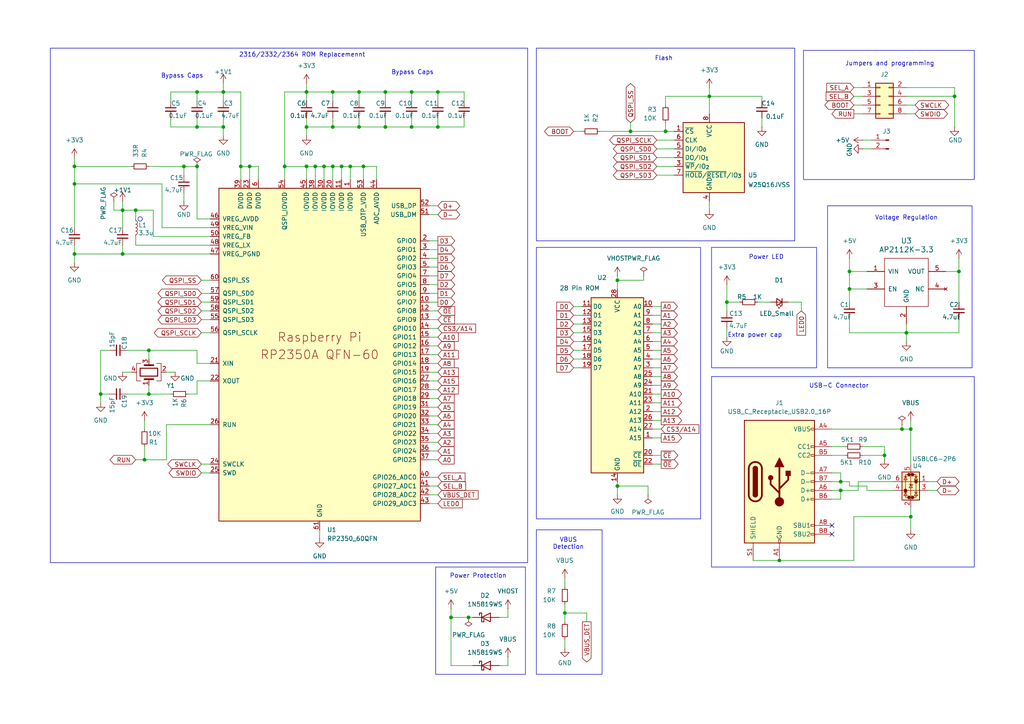
<source format=kicad_sch>
(kicad_sch (version 20250114) (generator "eeschema") (generator_version "9.0")
  (paper "A4")
  (title_block (title "One ROM") (date "2025-12-12") (rev "Fire 28 rev 2") (company "piers.rocks") (comment 1 "(c) Piers Finlayson 2025"))
  (lib_symbols
    (symbol "Connector:Conn_01x02_Pin" (pin_names (offset 1.016) (hide yes))
      (property "Reference" "J" (at 0 2.54 0))
      (property "Value" "Conn_01x02_Pin" (at 0 -5.08 0))
      (symbol "Conn_01x02_Pin_1_1"
        (pin passive line (at 5.08 0 180) (length 3.81) (name "Pin_1") (number "1"))
        (pin passive line (at 5.08 -2.54 180) (length 3.81) (name "Pin_2") (number "2"))
      )
    )
    (symbol "Connector:USB_C_Receptacle_USB2.0_16P" (pin_names (offset 1.016))
      (property "Reference" "J" (at 0 22.225 0))
      (property "Value" "USB_C_Receptacle_USB2.0_16P" (at 0 19.685 0))
      (symbol "USB_C_Receptacle_USB2.0_16P_1_1"
        (pin passive line (at -7.62 -22.86 90) (length 5.08) (name "SHIELD") (number "S1"))
        (pin passive line (at 0 -22.86 90) (length 5.08) (name "GND") (number "A1"))
        (pin passive line (at 0 -22.86 90) (length 5.08) (hide yes) (name "GND") (number "A12"))
        (pin passive line (at 0 -22.86 90) (length 5.08) (hide yes) (name "GND") (number "B1"))
        (pin passive line (at 0 -22.86 90) (length 5.08) (hide yes) (name "GND") (number "B12"))
        (pin passive line (at 15.24 15.24 180) (length 5.08) (name "VBUS") (number "A4"))
        (pin passive line (at 15.24 15.24 180) (length 5.08) (hide yes) (name "VBUS") (number "A9"))
        (pin passive line (at 15.24 15.24 180) (length 5.08) (hide yes) (name "VBUS") (number "B4"))
        (pin passive line (at 15.24 15.24 180) (length 5.08) (hide yes) (name "VBUS") (number "B9"))
        (pin bidirectional line (at 15.24 10.16 180) (length 5.08) (name "CC1") (number "A5"))
        (pin bidirectional line (at 15.24 7.62 180) (length 5.08) (name "CC2") (number "B5"))
        (pin bidirectional line (at 15.24 2.54 180) (length 5.08) (name "D-") (number "A7"))
        (pin bidirectional line (at 15.24 0 180) (length 5.08) (name "D-") (number "B7"))
        (pin bidirectional line (at 15.24 -2.54 180) (length 5.08) (name "D+") (number "A6"))
        (pin bidirectional line (at 15.24 -5.08 180) (length 5.08) (name "D+") (number "B6"))
        (pin bidirectional line (at 15.24 -12.7 180) (length 5.08) (name "SBU1") (number "A8"))
        (pin bidirectional line (at 15.24 -15.24 180) (length 5.08) (name "SBU2") (number "B8"))
      )
    )
    (symbol "Connector_Generic:Conn_02x04_Odd_Even" (pin_names (offset 1.016) (hide yes))
      (property "Reference" "J" (at 1.27 5.08 0))
      (property "Value" "Conn_02x04_Odd_Even" (at 1.27 -7.62 0))
      (symbol "Conn_02x04_Odd_Even_1_1"
        (pin passive line (at -5.08 2.54 0) (length 3.81) (name "Pin_1") (number "1"))
        (pin passive line (at -5.08 0 0) (length 3.81) (name "Pin_3") (number "3"))
        (pin passive line (at -5.08 -2.54 0) (length 3.81) (name "Pin_5") (number "5"))
        (pin passive line (at -5.08 -5.08 0) (length 3.81) (name "Pin_7") (number "7"))
        (pin passive line (at 7.62 2.54 180) (length 3.81) (name "Pin_2") (number "2"))
        (pin passive line (at 7.62 0 180) (length 3.81) (name "Pin_4") (number "4"))
        (pin passive line (at 7.62 -2.54 180) (length 3.81) (name "Pin_6") (number "6"))
        (pin passive line (at 7.62 -5.08 180) (length 3.81) (name "Pin_8") (number "8"))
      )
    )
    (symbol "Device:C_Small" (pin_numbers (hide yes)) (pin_names (offset 0.254) (hide yes))
      (property "Reference" "C" (at 0.254 1.778 0))
      (property "Value" "C_Small" (at 0.254 -2.032 0))
      (symbol "C_Small_1_1"
        (pin passive line (at 0 2.54 270) (length 2.032) (name "~") (number "1"))
        (pin passive line (at 0 -2.54 90) (length 2.032) (name "~") (number "2"))
      )
    )
    (symbol "Device:Crystal_GND24" (pin_names (offset 1.016) (hide yes))
      (property "Reference" "Y" (at 3.175 5.08 0))
      (property "Value" "Crystal_GND24" (at 3.175 3.175 0))
      (symbol "Crystal_GND24_1_1"
        (pin passive line (at -3.81 0 0) (length 1.27) (name "1") (number "1"))
        (pin passive line (at 0 5.08 270) (length 1.27) (name "2") (number "2"))
        (pin passive line (at 0 -5.08 90) (length 1.27) (name "4") (number "4"))
        (pin passive line (at 3.81 0 180) (length 1.27) (name "3") (number "3"))
      )
    )
    (symbol "Device:LED_Small" (pin_numbers (hide yes)) (pin_names (offset 0.254) (hide yes))
      (property "Reference" "D" (at -1.27 3.175 0))
      (property "Value" "LED_Small" (at -4.445 -2.54 0))
      (symbol "LED_Small_1_1"
        (pin passive line (at -2.54 0 0) (length 1.778) (name "K") (number "1"))
        (pin passive line (at 2.54 0 180) (length 1.778) (name "A") (number "2"))
      )
    )
    (symbol "Device:L_Small" (pin_numbers (hide yes)) (pin_names (offset 0.254) (hide yes))
      (property "Reference" "L" (at 0.762 1.016 0))
      (property "Value" "L_Small" (at 0.762 -1.016 0))
      (symbol "L_Small_1_1"
        (pin passive line (at 0 2.54 270) (length 0.508) (name "~") (number "1"))
        (pin passive line (at 0 -2.54 90) (length 0.508) (name "~") (number "2"))
      )
    )
    (symbol "Device:R_Small" (pin_numbers (hide yes)) (pin_names (offset 0.254) (hide yes))
      (property "Reference" "R" (at 0.762 0.508 0))
      (property "Value" "R_Small" (at 0.762 -1.016 0))
      (symbol "R_Small_1_1"
        (pin passive line (at 0 2.54 270) (length 0.762) (name "~") (number "1"))
        (pin passive line (at 0 -2.54 90) (length 0.762) (name "~") (number "2"))
      )
    )
    (symbol "Diode:1N5819WS" (pin_numbers (hide yes)) (pin_names (offset 1.016) (hide yes))
      (property "Reference" "D" (at 0 2.54 0))
      (property "Value" "1N5819WS" (at 0 -2.54 0))
      (symbol "1N5819WS_1_1"
        (pin passive line (at -3.81 0 0) (length 2.54) (name "K") (number "1"))
        (pin passive line (at 3.81 0 180) (length 2.54) (name "A") (number "2"))
      )
    )
    (symbol "Memory_EPROM:27512"
      (property "Reference" "U" (at -7.62 26.67 0))
      (property "Value" "27512" (at 2.54 -26.67 0))
      (symbol "27512_1_1"
        (pin input line (at -10.16 22.86 0) (length 2.54) (name "A0") (number "10"))
        (pin input line (at -10.16 20.32 0) (length 2.54) (name "A1") (number "9"))
        (pin input line (at -10.16 17.78 0) (length 2.54) (name "A2") (number "8"))
        (pin input line (at -10.16 15.24 0) (length 2.54) (name "A3") (number "7"))
        (pin input line (at -10.16 12.7 0) (length 2.54) (name "A4") (number "6"))
        (pin input line (at -10.16 10.16 0) (length 2.54) (name "A5") (number "5"))
        (pin input line (at -10.16 7.62 0) (length 2.54) (name "A6") (number "4"))
        (pin input line (at -10.16 5.08 0) (length 2.54) (name "A7") (number "3"))
        (pin input line (at -10.16 2.54 0) (length 2.54) (name "A8") (number "25"))
        (pin input line (at -10.16 0 0) (length 2.54) (name "A9") (number "24"))
        (pin input line (at -10.16 -2.54 0) (length 2.54) (name "A10") (number "21"))
        (pin input line (at -10.16 -5.08 0) (length 2.54) (name "A11") (number "23"))
        (pin input line (at -10.16 -7.62 0) (length 2.54) (name "A12") (number "2"))
        (pin input line (at -10.16 -10.16 0) (length 2.54) (name "A13") (number "26"))
        (pin input line (at -10.16 -12.7 0) (length 2.54) (name "A14") (number "27"))
        (pin input line (at -10.16 -15.24 0) (length 2.54) (name "A15") (number "1"))
        (pin input line (at -10.16 -20.32 0) (length 2.54) (name "~{CE}") (number "20"))
        (pin input line (at -10.16 -22.86 0) (length 2.54) (name "~{OE}") (number "22"))
        (pin power_in line (at 0 27.94 270) (length 2.54) (name "VCC") (number "28"))
        (pin power_in line (at 0 -27.94 90) (length 2.54) (name "GND") (number "14"))
        (pin tri_state line (at 10.16 22.86 180) (length 2.54) (name "D0") (number "11"))
        (pin tri_state line (at 10.16 20.32 180) (length 2.54) (name "D1") (number "12"))
        (pin tri_state line (at 10.16 17.78 180) (length 2.54) (name "D2") (number "13"))
        (pin tri_state line (at 10.16 15.24 180) (length 2.54) (name "D3") (number "15"))
        (pin tri_state line (at 10.16 12.7 180) (length 2.54) (name "D4") (number "16"))
        (pin tri_state line (at 10.16 10.16 180) (length 2.54) (name "D5") (number "17"))
        (pin tri_state line (at 10.16 7.62 180) (length 2.54) (name "D6") (number "18"))
        (pin tri_state line (at 10.16 5.08 180) (length 2.54) (name "D7") (number "19"))
      )
    )
    (symbol "Memory_Flash:W25Q16JVSS"
      (property "Reference" "U" (at -6.35 11.43 0))
      (property "Value" "W25Q16JVSS" (at 7.62 11.43 0))
      (symbol "W25Q16JVSS_1_1"
        (pin input line (at -10.16 7.62 0) (length 2.54) (name "~{CS}") (number "1"))
        (pin input line (at -10.16 5.08 0) (length 2.54) (name "CLK") (number "6"))
        (pin bidirectional line (at -10.16 2.54 0) (length 2.54) (name "DI/IO_{0}") (number "5"))
        (pin bidirectional line (at -10.16 0 0) (length 2.54) (name "DO/IO_{1}") (number "2"))
        (pin bidirectional line (at -10.16 -2.54 0) (length 2.54) (name "~{WP}/IO_{2}") (number "3"))
        (pin bidirectional line (at -10.16 -5.08 0) (length 2.54) (name "~{HOLD}/~{RESET}/IO_{3}") (number "7"))
        (pin power_in line (at 0 12.7 270) (length 2.54) (name "VCC") (number "8"))
        (pin power_in line (at 0 -12.7 90) (length 2.54) (name "GND") (number "4"))
      )
    )
    (symbol "Power_Protection:USBLC6-2P6" (pin_names (hide yes))
      (property "Reference" "U" (at 0.635 5.715 0))
      (property "Value" "USBLC6-2P6" (at 0.635 3.81 0))
      (symbol "USBLC6-2P6_1_1"
        (pin passive line (at -5.08 0 0) (length 2.54) (name "I/O1") (number "1"))
        (pin passive line (at -5.08 -2.54 0) (length 2.54) (name "I/O2") (number "3"))
        (pin passive line (at 0 5.08 270) (length 2.54) (name "VBUS") (number "5"))
        (pin passive line (at 0 -7.62 90) (length 2.54) (name "GND") (number "2"))
        (pin passive line (at 5.08 0 180) (length 2.54) (name "I/O1") (number "6"))
        (pin passive line (at 5.08 -2.54 180) (length 2.54) (name "I/O2") (number "4"))
      )
    )
    (symbol "RP:RP2350_60QFN" (pin_names (offset 1.016))
      (property "Reference" "U" (at -29.21 49.53 0))
      (property "Value" "RP2350_60QFN" (at 24.13 -49.53 0))
      (symbol "RP2350_60QFN_0_0"
        (text "Raspberry Pi" (at 0 5.08 0) (effects (font (size 2.54 2.54))))
      )
      (symbol "RP2350_60QFN_1_0"
        (text "RP2350A QFN-60" (at 0 0 0) (effects (font (size 2.54 2.54))))
      )
      (symbol "RP2350_60QFN_1_1"
        (pin power_in line (at -31.75 39.37 0) (length 2.54) (name "VREG_AVDD") (number "46"))
        (pin power_in line (at -31.75 36.83 0) (length 2.54) (name "VREG_VIN") (number "49"))
        (pin input line (at -31.75 34.29 0) (length 2.54) (name "VREG_FB") (number "50"))
        (pin power_out line (at -31.75 31.75 0) (length 2.54) (name "VREG_LX") (number "48"))
        (pin power_in line (at -31.75 29.21 0) (length 2.54) (name "VREG_PGND") (number "47"))
        (pin bidirectional line (at -31.75 21.59 0) (length 2.54) (name "QSPI_SS") (number "60"))
        (pin bidirectional line (at -31.75 17.78 0) (length 2.54) (name "QSPI_SD0") (number "57"))
        (pin bidirectional line (at -31.75 15.24 0) (length 2.54) (name "QSPI_SD1") (number "59"))
        (pin bidirectional line (at -31.75 12.7 0) (length 2.54) (name "QSPI_SD2") (number "58"))
        (pin bidirectional line (at -31.75 10.16 0) (length 2.54) (name "QSPI_SD3") (number "55"))
        (pin output line (at -31.75 6.35 0) (length 2.54) (name "QSPI_SCLK") (number "56"))
        (pin input line (at -31.75 -2.54 0) (length 2.54) (name "XIN") (number "21"))
        (pin passive line (at -31.75 -7.62 0) (length 2.54) (name "XOUT") (number "22"))
        (pin input line (at -31.75 -20.32 0) (length 2.54) (name "RUN") (number "26"))
        (pin output line (at -31.75 -31.75 0) (length 2.54) (name "SWCLK") (number "24"))
        (pin bidirectional line (at -31.75 -34.29 0) (length 2.54) (name "SWD") (number "25"))
        (pin power_in line (at -22.86 50.8 270) (length 2.54) (name "DVDD") (number "39"))
        (pin power_in line (at -20.32 50.8 270) (length 2.54) (name "DVDD") (number "23"))
        (pin power_in line (at -17.78 50.8 270) (length 2.54) (name "DVDD") (number "6"))
        (pin power_in line (at -10.16 50.8 270) (length 2.54) (name "QSPI_IOVDD") (number "54"))
        (pin power_in line (at -3.81 50.8 270) (length 2.54) (name "IOVDD") (number "45"))
        (pin power_in line (at -1.27 50.8 270) (length 2.54) (name "IOVDD") (number "38"))
        (pin power_in line (at 0 -50.8 90) (length 2.54) (name "GND") (number "61"))
        (pin power_in line (at 1.27 50.8 270) (length 2.54) (name "IOVDD") (number "30"))
        (pin power_in line (at 3.81 50.8 270) (length 2.54) (name "IOVDD") (number "20"))
        (pin power_in line (at 6.35 50.8 270) (length 2.54) (name "IOVDD") (number "11"))
        (pin power_in line (at 8.89 50.8 270) (length 2.54) (name "IOVDD") (number "1"))
        (pin power_in line (at 12.7 50.8 270) (length 2.54) (name "USB_OTP_VDD") (number "53"))
        (pin power_in line (at 16.51 50.8 270) (length 2.54) (name "ADC_AVDD") (number "44"))
        (pin bidirectional line (at 31.75 43.18 180) (length 2.54) (name "USB_DP") (number "52"))
        (pin bidirectional line (at 31.75 40.64 180) (length 2.54) (name "USB_DM") (number "51"))
        (pin bidirectional line (at 31.75 33.02 180) (length 2.54) (name "GPIO0") (number "2"))
        (pin bidirectional line (at 31.75 30.48 180) (length 2.54) (name "GPIO1") (number "3"))
        (pin bidirectional line (at 31.75 27.94 180) (length 2.54) (name "GPIO2") (number "4"))
        (pin bidirectional line (at 31.75 25.4 180) (length 2.54) (name "GPIO3") (number "5"))
        (pin bidirectional line (at 31.75 22.86 180) (length 2.54) (name "GPIO4") (number "7"))
        (pin bidirectional line (at 31.75 20.32 180) (length 2.54) (name "GPIO5") (number "8"))
        (pin bidirectional line (at 31.75 17.78 180) (length 2.54) (name "GPIO6") (number "9"))
        (pin bidirectional line (at 31.75 15.24 180) (length 2.54) (name "GPIO7") (number "10"))
        (pin bidirectional line (at 31.75 12.7 180) (length 2.54) (name "GPIO8") (number "12"))
        (pin bidirectional line (at 31.75 10.16 180) (length 2.54) (name "GPIO9") (number "13"))
        (pin bidirectional line (at 31.75 7.62 180) (length 2.54) (name "GPIO10") (number "14"))
        (pin bidirectional line (at 31.75 5.08 180) (length 2.54) (name "GPIO11") (number "15"))
        (pin bidirectional line (at 31.75 2.54 180) (length 2.54) (name "GPIO12") (number "16"))
        (pin bidirectional line (at 31.75 0 180) (length 2.54) (name "GPIO13") (number "17"))
        (pin bidirectional line (at 31.75 -2.54 180) (length 2.54) (name "GPIO14") (number "18"))
        (pin bidirectional line (at 31.75 -5.08 180) (length 2.54) (name "GPIO15") (number "19"))
        (pin bidirectional line (at 31.75 -7.62 180) (length 2.54) (name "GPIO16") (number "27"))
        (pin bidirectional line (at 31.75 -10.16 180) (length 2.54) (name "GPIO17") (number "28"))
        (pin bidirectional line (at 31.75 -12.7 180) (length 2.54) (name "GPIO18") (number "29"))
        (pin bidirectional line (at 31.75 -15.24 180) (length 2.54) (name "GPIO19") (number "31"))
        (pin bidirectional line (at 31.75 -17.78 180) (length 2.54) (name "GPIO20") (number "32"))
        (pin bidirectional line (at 31.75 -20.32 180) (length 2.54) (name "GPIO21") (number "33"))
        (pin bidirectional line (at 31.75 -22.86 180) (length 2.54) (name "GPIO22") (number "34"))
        (pin bidirectional line (at 31.75 -25.4 180) (length 2.54) (name "GPIO23") (number "35"))
        (pin bidirectional line (at 31.75 -27.94 180) (length 2.54) (name "GPIO24") (number "36"))
        (pin bidirectional line (at 31.75 -30.48 180) (length 2.54) (name "GPIO25") (number "37"))
        (pin bidirectional line (at 31.75 -35.56 180) (length 2.54) (name "GPIO26_ADC0") (number "40"))
        (pin bidirectional line (at 31.75 -38.1 180) (length 2.54) (name "GPIO27_ADC1") (number "41"))
        (pin bidirectional line (at 31.75 -40.64 180) (length 2.54) (name "GPIO28_ADC2") (number "42"))
        (pin bidirectional line (at 31.75 -43.18 180) (length 2.54) (name "GPIO29_ADC3") (number "43"))
      )
    )
    (symbol "piers_old:RT9013" (pin_names (offset 1.016))
      (property "Reference" "U" (at 5.08 11.43 0))
      (property "Value" "RT9013" (at -2.54 11.43 0))
      (symbol "RT9013_1_1"
        (pin power_in line (at -11.43 5.08 0) (length 5.08) (name "VIN") (number "1"))
        (pin input line (at -11.43 0 0) (length 5.08) (name "EN") (number "3"))
        (pin power_in line (at 0 -10.16 90) (length 5.08) (name "GND") (number "2"))
        (pin power_out line (at 11.43 5.08 180) (length 5.08) (name "VOUT") (number "5"))
        (pin no_connect line (at 11.43 0 180) (length 5.08) (name "NC") (number "4"))
      )
    )
    (symbol "power:+1V1" (power) (pin_numbers (hide yes)) (pin_names (offset 0) (hide yes))
      (property "Value" "+1V1" (at 0 3.556 0))
      (symbol "+1V1_1_1"
        (pin power_in line (at 0 0 90) (length 0) (name "~") (number "1"))
      )
    )
    (symbol "power:+3V3" (power) (pin_numbers (hide yes)) (pin_names (offset 0) (hide yes))
      (property "Value" "+3V3" (at 0 3.556 0))
      (symbol "+3V3_1_1"
        (pin power_in line (at 0 0 90) (length 0) (name "~") (number "1"))
      )
    )
    (symbol "power:+5V" (power) (pin_numbers (hide yes)) (pin_names (offset 0) (hide yes))
      (property "Value" "+5V" (at 0 3.556 0))
      (symbol "+5V_1_1"
        (pin power_in line (at 0 0 90) (length 0) (name "~") (number "1"))
      )
    )
    (symbol "power:GND" (power) (pin_numbers (hide yes)) (pin_names (offset 0) (hide yes))
      (property "Value" "GND" (at 0 -3.81 0))
      (symbol "GND_1_1"
        (pin power_in line (at 0 0 270) (length 0) (name "~") (number "1"))
      )
    )
    (symbol "power:PWR_FLAG" (power) (pin_numbers (hide yes)) (pin_names (offset 0) (hide yes))
      (property "Value" "PWR_FLAG" (at 0 3.81 0))
      (symbol "PWR_FLAG_0_0"
        (pin power_out line (at 0 0 90) (length 0) (name "~") (number "1"))
      )
    )
  )
  (rectangle (start 126.365 164.465) (end 152.4 195.58))
  (rectangle (start 155.575 71.755) (end 203.2 150.495))
  (rectangle (start 155.575 153.67) (end 174.625 195.58))
  (circle (center 40.64 63.5) (radius 0.635))
  (rectangle (start 155.575 13.97) (end 230.505 69.85))
  (rectangle (start 236.855 99.06) (end 236.855 99.06))
  (rectangle (start 14.605 13.97) (end 153.035 163.195))
  (rectangle (start 233.045 14.605) (end 282.575 52.07))
  (rectangle (start 206.375 71.755) (end 236.855 106.68))
  (rectangle (start 240.03 59.69) (end 281.94 106.68))
  (rectangle (start 206.375 109.22) (end 282.575 164.465))
  (text "USB-C Connector" (at 243.332 112.014 0) (effects (font (size 1.27 1.27))))
  (text "Voltage Regulation" (at 262.89 63.246 0) (effects (font (size 1.27 1.27))))
  (text "Extra power cap" (at 218.948 97.282 0) (effects (font (size 1.27 1.27))))
  (text "2316/2332/2364 ROM Replacemennt" (at 87.63 16.002 0) (effects (font (size 1.27 1.27))))
  (text "Bypass Caps" (at 52.832 22.098 0) (effects (font (size 1.27 1.27))))
  (text "Power LED" (at 222.25 74.676 0) (effects (font (size 1.27 1.27))))
  (text "Power Protection" (at 138.684 167.132 0) (effects (font (size 1.27 1.27))))
  (text "VBUS\nDetection" (at 164.846 157.734 0) (effects (font (size 1.27 1.27))))
  (text "Bypass Caps" (at 119.634 21.082 0) (effects (font (size 1.27 1.27))))
  (text "Flash" (at 192.532 17.018 0) (effects (font (size 1.27 1.27))))
  (text "Jumpers and programming" (at 258.064 18.542 0) (effects (font (size 1.27 1.27))))
  (junction (at 35.56 60.96))
  (junction (at 21.59 48.26))
  (junction (at 21.59 73.66))
  (junction (at 104.14 36.83))
  (junction (at 104.14 26.67))
  (junction (at 82.55 48.26))
  (junction (at 96.52 36.83))
  (junction (at 179.07 140.97))
  (junction (at 264.16 149.86))
  (junction (at 72.39 48.26))
  (junction (at 119.38 26.67))
  (junction (at 57.15 36.83))
  (junction (at 43.18 114.3))
  (junction (at 111.76 36.83))
  (junction (at 29.21 114.3))
  (junction (at 182.88 38.1))
  (junction (at 35.56 73.66))
  (junction (at 69.85 48.26))
  (junction (at 64.77 26.67))
  (junction (at 205.74 27.94))
  (junction (at 243.84 142.24))
  (junction (at 179.07 81.28))
  (junction (at 163.83 177.8))
  (junction (at 246.38 78.74))
  (junction (at 276.86 27.94))
  (junction (at 243.84 139.7))
  (junction (at 96.52 48.26))
  (junction (at 88.9 26.67))
  (junction (at 57.15 26.67))
  (junction (at 105.41 48.26))
  (junction (at 91.44 48.26))
  (junction (at 262.89 96.52))
  (junction (at 99.06 48.26))
  (junction (at 261.62 124.46))
  (junction (at 21.59 53.34))
  (junction (at 101.6 48.26))
  (junction (at 88.9 48.26))
  (junction (at 210.82 87.63))
  (junction (at 246.38 83.82))
  (junction (at 256.54 132.08))
  (junction (at 93.98 48.26))
  (junction (at 53.34 48.26))
  (junction (at 193.04 38.1))
  (junction (at 264.16 124.46))
  (junction (at 127 26.67))
  (junction (at 226.06 162.56))
  (junction (at 88.9 36.83))
  (junction (at 130.81 179.07))
  (junction (at 127 36.83))
  (junction (at 41.91 133.35))
  (junction (at 96.52 26.67))
  (junction (at 119.38 36.83))
  (junction (at 39.37 60.96))
  (junction (at 64.77 36.83))
  (junction (at 111.76 26.67))
  (junction (at 135.89 179.07))
  (junction (at 278.13 78.74))
  (junction (at 57.15 48.26))
  (junction (at 43.18 101.6))
  (no_connect (at 241.3 154.94))
  (no_connect (at 241.3 152.4))
  (wire (pts (xy 278.13 78.74) (xy 278.13 87.63)))
  (wire (pts (xy 91.44 48.26) (xy 93.98 48.26)))
  (wire (pts (xy 232.41 87.63) (xy 232.41 90.17)))
  (wire (pts (xy 93.98 48.26) (xy 96.52 48.26)))
  (wire (pts (xy 186.69 81.28) (xy 179.07 81.28)))
  (wire (pts (xy 92.71 153.67) (xy 92.71 156.21)))
  (wire (pts (xy 44.45 68.58) (xy 60.96 68.58)))
  (wire (pts (xy 241.3 139.7) (xy 243.84 139.7)))
  (wire (pts (xy 43.18 101.6) (xy 43.18 104.14)))
  (wire (pts (xy 104.14 29.21) (xy 104.14 26.67)))
  (wire (pts (xy 119.38 34.29) (xy 119.38 36.83)))
  (wire (pts (xy 189.23 101.6) (xy 191.77 101.6)))
  (wire (pts (xy 69.85 26.67) (xy 64.77 26.67)))
  (wire (pts (xy 58.42 92.71) (xy 60.96 92.71)))
  (wire (pts (xy 243.84 137.16) (xy 243.84 139.7)))
  (wire (pts (xy 88.9 52.07) (xy 88.9 48.26)))
  (wire (pts (xy 104.14 36.83) (xy 104.14 34.29)))
  (wire (pts (xy 243.84 139.7) (xy 246.38 139.7)))
  (wire (pts (xy 43.18 111.76) (xy 43.18 114.3)))
  (wire (pts (xy 261.62 123.19) (xy 261.62 124.46)))
  (wire (pts (xy 124.46 128.27) (xy 127 128.27)))
  (wire (pts (xy 163.83 167.64) (xy 163.83 170.18)))
  (wire (pts (xy 243.84 144.78) (xy 243.84 142.24)))
  (wire (pts (xy 246.38 96.52) (xy 262.89 96.52)))
  (wire (pts (xy 127 77.47) (xy 124.46 77.47)))
  (wire (pts (xy 49.53 26.67) (xy 49.53 29.21)))
  (wire (pts (xy 93.98 48.26) (xy 93.98 52.07)))
  (wire (pts (xy 99.06 48.26) (xy 99.06 52.07)))
  (wire (pts (xy 29.21 116.84) (xy 29.21 114.3)))
  (wire (pts (xy 101.6 52.07) (xy 101.6 48.26)))
  (wire (pts (xy 21.59 48.26) (xy 21.59 53.34)))
  (wire (pts (xy 147.32 176.53) (xy 147.32 179.07)))
  (wire (pts (xy 264.16 121.92) (xy 264.16 124.46)))
  (wire (pts (xy 53.34 55.88) (xy 53.34 58.42)))
  (wire (pts (xy 127 146.05) (xy 124.46 146.05)))
  (wire (pts (xy 189.23 96.52) (xy 191.77 96.52)))
  (wire (pts (xy 119.38 26.67) (xy 127 26.67)))
  (wire (pts (xy 91.44 52.07) (xy 91.44 48.26)))
  (wire (pts (xy 57.15 36.83) (xy 64.77 36.83)))
  (wire (pts (xy 262.89 96.52) (xy 262.89 99.06)))
  (wire (pts (xy 276.86 27.94) (xy 276.86 36.83)))
  (wire (pts (xy 166.37 101.6) (xy 168.91 101.6)))
  (wire (pts (xy 262.89 27.94) (xy 276.86 27.94)))
  (wire (pts (xy 57.15 36.83) (xy 57.15 34.29)))
  (wire (pts (xy 35.56 60.96) (xy 35.56 66.04)))
  (wire (pts (xy 262.89 33.02) (xy 265.43 33.02)))
  (wire (pts (xy 166.37 104.14) (xy 168.91 104.14)))
  (wire (pts (xy 269.24 142.24) (xy 271.78 142.24)))
  (wire (pts (xy 57.15 110.49) (xy 60.96 110.49)))
  (wire (pts (xy 269.24 139.7) (xy 271.78 139.7)))
  (wire (pts (xy 210.82 87.63) (xy 210.82 90.17)))
  (wire (pts (xy 210.82 95.25) (xy 210.82 97.79)))
  (wire (pts (xy 220.98 27.94) (xy 220.98 29.21)))
  (wire (pts (xy 82.55 52.07) (xy 82.55 48.26)))
  (wire (pts (xy 58.42 96.52) (xy 60.96 96.52)))
  (wire (pts (xy 189.23 88.9) (xy 191.77 88.9)))
  (wire (pts (xy 39.37 71.12) (xy 39.37 68.58)))
  (wire (pts (xy 29.21 114.3) (xy 29.21 101.6)))
  (wire (pts (xy 243.84 142.24) (xy 248.92 142.24)))
  (wire (pts (xy 57.15 48.26) (xy 53.34 48.26)))
  (wire (pts (xy 104.14 26.67) (xy 111.76 26.67)))
  (wire (pts (xy 205.74 25.4) (xy 205.74 27.94)))
  (wire (pts (xy 246.38 140.97) (xy 251.46 140.97)))
  (wire (pts (xy 88.9 26.67) (xy 88.9 29.21)))
  (wire (pts (xy 96.52 34.29) (xy 96.52 36.83)))
  (wire (pts (xy 220.98 34.29) (xy 220.98 36.83)))
  (wire (pts (xy 124.46 100.33) (xy 127 100.33)))
  (wire (pts (xy 36.83 114.3) (xy 43.18 114.3)))
  (wire (pts (xy 46.99 53.34) (xy 21.59 53.34)))
  (wire (pts (xy 39.37 60.96) (xy 44.45 60.96)))
  (wire (pts (xy 256.54 133.35) (xy 256.54 132.08)))
  (wire (pts (xy 256.54 132.08) (xy 250.19 132.08)))
  (wire (pts (xy 57.15 26.67) (xy 64.77 26.67)))
  (wire (pts (xy 248.92 142.24) (xy 248.92 139.7)))
  (wire (pts (xy 64.77 24.13) (xy 64.77 26.67)))
  (wire (pts (xy 278.13 96.52) (xy 278.13 92.71)))
  (wire (pts (xy 60.96 66.04) (xy 46.99 66.04)))
  (wire (pts (xy 74.93 48.26) (xy 72.39 48.26)))
  (wire (pts (xy 21.59 73.66) (xy 35.56 73.66)))
  (wire (pts (xy 251.46 140.97) (xy 251.46 142.24)))
  (wire (pts (xy 210.82 82.55) (xy 210.82 87.63)))
  (wire (pts (xy 88.9 48.26) (xy 91.44 48.26)))
  (wire (pts (xy 127 69.85) (xy 124.46 69.85)))
  (wire (pts (xy 246.38 83.82) (xy 246.38 87.63)))
  (wire (pts (xy 35.56 71.12) (xy 35.56 73.66)))
  (wire (pts (xy 163.83 175.26) (xy 163.83 177.8)))
  (wire (pts (xy 247.65 25.4) (xy 250.19 25.4)))
  (wire (pts (xy 127 138.43) (xy 124.46 138.43)))
  (wire (pts (xy 104.14 36.83) (xy 111.76 36.83)))
  (wire (pts (xy 124.46 95.25) (xy 127 95.25)))
  (wire (pts (xy 49.53 36.83) (xy 49.53 34.29)))
  (wire (pts (xy 35.56 107.95) (xy 38.1 107.95)))
  (wire (pts (xy 182.88 38.1) (xy 193.04 38.1)))
  (wire (pts (xy 205.74 27.94) (xy 205.74 33.02)))
  (wire (pts (xy 264.16 147.32) (xy 264.16 149.86)))
  (wire (pts (xy 166.37 38.1) (xy 168.91 38.1)))
  (wire (pts (xy 189.23 93.98) (xy 191.77 93.98)))
  (wire (pts (xy 21.59 45.72) (xy 21.59 48.26)))
  (wire (pts (xy 274.32 78.74) (xy 278.13 78.74)))
  (wire (pts (xy 119.38 36.83) (xy 127 36.83)))
  (wire (pts (xy 48.26 123.19) (xy 60.96 123.19)))
  (wire (pts (xy 246.38 78.74) (xy 251.46 78.74)))
  (wire (pts (xy 53.34 48.26) (xy 53.34 50.8)))
  (wire (pts (xy 111.76 36.83) (xy 119.38 36.83)))
  (wire (pts (xy 163.83 177.8) (xy 170.18 177.8)))
  (wire (pts (xy 205.74 27.94) (xy 220.98 27.94)))
  (wire (pts (xy 43.18 48.26) (xy 53.34 48.26)))
  (wire (pts (xy 130.81 179.07) (xy 130.81 193.04)))
  (wire (pts (xy 218.44 162.56) (xy 226.06 162.56)))
  (wire (pts (xy 21.59 71.12) (xy 21.59 73.66)))
  (wire (pts (xy 58.42 87.63) (xy 60.96 87.63)))
  (wire (pts (xy 124.46 92.71) (xy 127 92.71)))
  (wire (pts (xy 29.21 101.6) (xy 31.75 101.6)))
  (wire (pts (xy 21.59 48.26) (xy 38.1 48.26)))
  (wire (pts (xy 163.83 185.42) (xy 163.83 187.96)))
  (wire (pts (xy 29.21 114.3) (xy 31.75 114.3)))
  (wire (pts (xy 189.23 124.46) (xy 191.77 124.46)))
  (wire (pts (xy 190.5 43.18) (xy 195.58 43.18)))
  (wire (pts (xy 35.56 73.66) (xy 60.96 73.66)))
  (wire (pts (xy 264.16 149.86) (xy 264.16 153.67)))
  (wire (pts (xy 124.46 62.23) (xy 127 62.23)))
  (wire (pts (xy 256.54 129.54) (xy 256.54 132.08)))
  (wire (pts (xy 64.77 26.67) (xy 64.77 29.21)))
  (wire (pts (xy 39.37 60.96) (xy 35.56 60.96)))
  (wire (pts (xy 246.38 78.74) (xy 246.38 83.82)))
  (wire (pts (xy 205.74 58.42) (xy 205.74 60.96)))
  (wire (pts (xy 88.9 36.83) (xy 88.9 34.29)))
  (wire (pts (xy 127 140.97) (xy 124.46 140.97)))
  (wire (pts (xy 124.46 59.69) (xy 127 59.69)))
  (wire (pts (xy 247.65 33.02) (xy 250.19 33.02)))
  (wire (pts (xy 127 118.11) (xy 124.46 118.11)))
  (wire (pts (xy 250.19 43.18) (xy 252.73 43.18)))
  (wire (pts (xy 21.59 73.66) (xy 21.59 76.2)))
  (wire (pts (xy 88.9 26.67) (xy 96.52 26.67)))
  (wire (pts (xy 166.37 96.52) (xy 168.91 96.52)))
  (wire (pts (xy 179.07 81.28) (xy 179.07 83.82)))
  (wire (pts (xy 193.04 30.48) (xy 193.04 27.94)))
  (wire (pts (xy 39.37 60.96) (xy 39.37 63.5)))
  (wire (pts (xy 247.65 162.56) (xy 247.65 149.86)))
  (wire (pts (xy 44.45 60.96) (xy 44.45 68.58)))
  (wire (pts (xy 124.46 107.95) (xy 127 107.95)))
  (wire (pts (xy 104.14 26.67) (xy 96.52 26.67)))
  (wire (pts (xy 58.42 134.62) (xy 60.96 134.62)))
  (wire (pts (xy 241.3 132.08) (xy 245.11 132.08)))
  (wire (pts (xy 105.41 48.26) (xy 105.41 52.07)))
  (wire (pts (xy 232.41 87.63) (xy 228.6 87.63)))
  (wire (pts (xy 127 143.51) (xy 124.46 143.51)))
  (wire (pts (xy 88.9 24.13) (xy 88.9 26.67)))
  (wire (pts (xy 124.46 90.17) (xy 127 90.17)))
  (wire (pts (xy 173.99 38.1) (xy 182.88 38.1)))
  (wire (pts (xy 127 26.67) (xy 134.62 26.67)))
  (wire (pts (xy 246.38 92.71) (xy 246.38 96.52)))
  (wire (pts (xy 127 36.83) (xy 134.62 36.83)))
  (wire (pts (xy 278.13 74.93) (xy 278.13 78.74)))
  (wire (pts (xy 124.46 113.03) (xy 127 113.03)))
  (wire (pts (xy 82.55 26.67) (xy 82.55 48.26)))
  (wire (pts (xy 166.37 106.68) (xy 168.91 106.68)))
  (wire (pts (xy 250.19 129.54) (xy 256.54 129.54)))
  (wire (pts (xy 130.81 179.07) (xy 135.89 179.07)))
  (wire (pts (xy 189.23 114.3) (xy 191.77 114.3)))
  (wire (pts (xy 241.3 137.16) (xy 243.84 137.16)))
  (wire (pts (xy 124.46 102.87) (xy 127 102.87)))
  (wire (pts (xy 127 26.67) (xy 127 29.21)))
  (wire (pts (xy 166.37 99.06) (xy 168.91 99.06)))
  (wire (pts (xy 57.15 101.6) (xy 57.15 105.41)))
  (wire (pts (xy 58.42 90.17) (xy 60.96 90.17)))
  (wire (pts (xy 57.15 26.67) (xy 49.53 26.67)))
  (wire (pts (xy 190.5 48.26) (xy 195.58 48.26)))
  (wire (pts (xy 226.06 162.56) (xy 247.65 162.56)))
  (wire (pts (xy 262.89 96.52) (xy 278.13 96.52)))
  (wire (pts (xy 101.6 48.26) (xy 105.41 48.26)))
  (wire (pts (xy 36.83 101.6) (xy 43.18 101.6)))
  (wire (pts (xy 54.61 114.3) (xy 57.15 114.3)))
  (wire (pts (xy 190.5 45.72) (xy 195.58 45.72)))
  (wire (pts (xy 49.53 36.83) (xy 57.15 36.83)))
  (wire (pts (xy 134.62 26.67) (xy 134.62 29.21)))
  (wire (pts (xy 189.23 99.06) (xy 191.77 99.06)))
  (wire (pts (xy 82.55 26.67) (xy 88.9 26.67)))
  (wire (pts (xy 189.23 116.84) (xy 191.77 116.84)))
  (wire (pts (xy 119.38 26.67) (xy 119.38 29.21)))
  (wire (pts (xy 190.5 50.8) (xy 195.58 50.8)))
  (wire (pts (xy 127 120.65) (xy 124.46 120.65)))
  (wire (pts (xy 246.38 139.7) (xy 246.38 140.97)))
  (wire (pts (xy 72.39 48.26) (xy 69.85 48.26)))
  (wire (pts (xy 41.91 129.54) (xy 41.91 133.35)))
  (wire (pts (xy 33.02 58.42) (xy 33.02 60.96)))
  (wire (pts (xy 35.56 58.42) (xy 35.56 60.96)))
  (wire (pts (xy 64.77 36.83) (xy 64.77 34.29)))
  (wire (pts (xy 250.19 40.64) (xy 252.73 40.64)))
  (wire (pts (xy 96.52 26.67) (xy 96.52 29.21)))
  (wire (pts (xy 189.23 106.68) (xy 191.77 106.68)))
  (wire (pts (xy 134.62 34.29) (xy 134.62 36.83)))
  (wire (pts (xy 247.65 149.86) (xy 264.16 149.86)))
  (wire (pts (xy 127 85.09) (xy 124.46 85.09)))
  (wire (pts (xy 179.07 139.7) (xy 179.07 140.97)))
  (wire (pts (xy 247.65 27.94) (xy 250.19 27.94)))
  (wire (pts (xy 82.55 48.26) (xy 88.9 48.26)))
  (wire (pts (xy 33.02 60.96) (xy 35.56 60.96)))
  (wire (pts (xy 187.96 143.51) (xy 187.96 140.97)))
  (wire (pts (xy 262.89 25.4) (xy 276.86 25.4)))
  (wire (pts (xy 105.41 48.26) (xy 109.22 48.26)))
  (wire (pts (xy 193.04 27.94) (xy 205.74 27.94)))
  (wire (pts (xy 189.23 109.22) (xy 191.77 109.22)))
  (wire (pts (xy 57.15 105.41) (xy 60.96 105.41)))
  (wire (pts (xy 135.89 179.07) (xy 137.16 179.07)))
  (wire (pts (xy 264.16 124.46) (xy 264.16 134.62)))
  (wire (pts (xy 43.18 101.6) (xy 57.15 101.6)))
  (wire (pts (xy 147.32 190.5) (xy 147.32 193.04)))
  (wire (pts (xy 41.91 121.92) (xy 41.91 124.46)))
  (wire (pts (xy 124.46 130.81) (xy 127 130.81)))
  (wire (pts (xy 96.52 36.83) (xy 104.14 36.83)))
  (wire (pts (xy 193.04 38.1) (xy 195.58 38.1)))
  (wire (pts (xy 147.32 179.07) (xy 144.78 179.07)))
  (wire (pts (xy 48.26 133.35) (xy 48.26 123.19)))
  (wire (pts (xy 88.9 36.83) (xy 88.9 39.37)))
  (wire (pts (xy 124.46 105.41) (xy 127 105.41)))
  (wire (pts (xy 57.15 114.3) (xy 57.15 110.49)))
  (wire (pts (xy 193.04 35.56) (xy 193.04 38.1)))
  (wire (pts (xy 124.46 125.73) (xy 127 125.73)))
  (wire (pts (xy 189.23 91.44) (xy 191.77 91.44)))
  (wire (pts (xy 187.96 140.97) (xy 179.07 140.97)))
  (wire (pts (xy 179.07 80.01) (xy 179.07 81.28)))
  (wire (pts (xy 21.59 53.34) (xy 21.59 66.04)))
  (wire (pts (xy 124.46 115.57) (xy 127 115.57)))
  (wire (pts (xy 69.85 52.07) (xy 69.85 48.26)))
  (wire (pts (xy 210.82 87.63) (xy 214.63 87.63)))
  (wire (pts (xy 261.62 124.46) (xy 264.16 124.46)))
  (wire (pts (xy 241.3 144.78) (xy 243.84 144.78)))
  (wire (pts (xy 186.69 80.01) (xy 186.69 81.28)))
  (wire (pts (xy 166.37 91.44) (xy 168.91 91.44)))
  (wire (pts (xy 262.89 93.98) (xy 262.89 96.52)))
  (wire (pts (xy 276.86 25.4) (xy 276.86 27.94)))
  (wire (pts (xy 111.76 26.67) (xy 111.76 29.21)))
  (wire (pts (xy 60.96 71.12) (xy 39.37 71.12)))
  (wire (pts (xy 43.18 114.3) (xy 49.53 114.3)))
  (wire (pts (xy 251.46 142.24) (xy 259.08 142.24)))
  (wire (pts (xy 246.38 83.82) (xy 251.46 83.82)))
  (wire (pts (xy 189.23 132.08) (xy 191.77 132.08)))
  (wire (pts (xy 247.65 30.48) (xy 250.19 30.48)))
  (wire (pts (xy 248.92 139.7) (xy 259.08 139.7)))
  (wire (pts (xy 39.37 133.35) (xy 41.91 133.35)))
  (wire (pts (xy 147.32 193.04) (xy 144.78 193.04)))
  (wire (pts (xy 58.42 137.16) (xy 60.96 137.16)))
  (wire (pts (xy 130.81 193.04) (xy 137.16 193.04)))
  (wire (pts (xy 189.23 134.62) (xy 191.77 134.62)))
  (wire (pts (xy 72.39 52.07) (xy 72.39 48.26)))
  (wire (pts (xy 96.52 48.26) (xy 99.06 48.26)))
  (wire (pts (xy 127 87.63) (xy 124.46 87.63)))
  (wire (pts (xy 179.07 140.97) (xy 179.07 143.51)))
  (wire (pts (xy 127 123.19) (xy 124.46 123.19)))
  (wire (pts (xy 189.23 111.76) (xy 191.77 111.76)))
  (wire (pts (xy 189.23 127) (xy 191.77 127)))
  (wire (pts (xy 124.46 133.35) (xy 127 133.35)))
  (wire (pts (xy 127 82.55) (xy 124.46 82.55)))
  (wire (pts (xy 166.37 88.9) (xy 168.91 88.9)))
  (wire (pts (xy 170.18 177.8) (xy 170.18 180.34)))
  (wire (pts (xy 57.15 63.5) (xy 57.15 48.26)))
  (wire (pts (xy 69.85 48.26) (xy 69.85 26.67)))
  (wire (pts (xy 60.96 63.5) (xy 57.15 63.5)))
  (wire (pts (xy 189.23 119.38) (xy 191.77 119.38)))
  (wire (pts (xy 48.26 107.95) (xy 50.8 107.95)))
  (wire (pts (xy 124.46 110.49) (xy 127 110.49)))
  (wire (pts (xy 64.77 36.83) (xy 64.77 39.37)))
  (wire (pts (xy 109.22 52.07) (xy 109.22 48.26)))
  (wire (pts (xy 130.81 176.53) (xy 130.81 179.07)))
  (wire (pts (xy 41.91 133.35) (xy 48.26 133.35)))
  (wire (pts (xy 241.3 129.54) (xy 245.11 129.54)))
  (wire (pts (xy 124.46 97.79) (xy 127 97.79)))
  (wire (pts (xy 189.23 121.92) (xy 191.77 121.92)))
  (wire (pts (xy 111.76 26.67) (xy 119.38 26.67)))
  (wire (pts (xy 57.15 26.67) (xy 57.15 29.21)))
  (wire (pts (xy 96.52 52.07) (xy 96.52 48.26)))
  (wire (pts (xy 127 34.29) (xy 127 36.83)))
  (wire (pts (xy 99.06 48.26) (xy 101.6 48.26)))
  (wire (pts (xy 189.23 104.14) (xy 191.77 104.14)))
  (wire (pts (xy 111.76 34.29) (xy 111.76 36.83)))
  (wire (pts (xy 241.3 124.46) (xy 261.62 124.46)))
  (wire (pts (xy 46.99 66.04) (xy 46.99 53.34)))
  (wire (pts (xy 127 80.01) (xy 124.46 80.01)))
  (wire (pts (xy 58.42 81.28) (xy 60.96 81.28)))
  (wire (pts (xy 166.37 93.98) (xy 168.91 93.98)))
  (wire (pts (xy 127 74.93) (xy 124.46 74.93)))
  (wire (pts (xy 219.71 87.63) (xy 223.52 87.63)))
  (wire (pts (xy 74.93 52.07) (xy 74.93 48.26)))
  (wire (pts (xy 246.38 74.93) (xy 246.38 78.74)))
  (wire (pts (xy 58.42 85.09) (xy 60.96 85.09)))
  (wire (pts (xy 182.88 35.56) (xy 182.88 38.1)))
  (wire (pts (xy 163.83 177.8) (xy 163.83 180.34)))
  (wire (pts (xy 241.3 142.24) (xy 243.84 142.24)))
  (wire (pts (xy 127 72.39) (xy 124.46 72.39)))
  (wire (pts (xy 96.52 36.83) (xy 88.9 36.83)))
  (wire (pts (xy 190.5 40.64) (xy 195.58 40.64)))
  (wire (pts (xy 262.89 30.48) (xy 265.43 30.48)))
  (global_label "A9" (shape output) (at 191.77 111.76 0) (property "Intersheetrefs" "${INTERSHEET_REFS}" (effects (hide yes))))
  (global_label "SWCLK" (shape bidirectional) (at 58.42 134.62 180) (property "Intersheetrefs" "${INTERSHEET_REFS}" (effects (hide yes))))
  (global_label "A13" (shape input) (at 127 107.95 0) (property "Intersheetrefs" "${INTERSHEET_REFS}" (effects (hide yes))))
  (global_label "CS3{slash}A14" (shape input) (at 127 95.25 0) (property "Intersheetrefs" "${INTERSHEET_REFS}" (effects (hide yes))))
  (global_label "A7" (shape input) (at 127 115.57 0) (property "Intersheetrefs" "${INTERSHEET_REFS}" (effects (hide yes))))
  (global_label "A11" (shape input) (at 127 102.87 0) (property "Intersheetrefs" "${INTERSHEET_REFS}" (effects (hide yes))))
  (global_label "D+" (shape bidirectional) (at 271.78 139.7 0) (property "Intersheetrefs" "${INTERSHEET_REFS}" (effects (hide yes))))
  (global_label "A2" (shape output) (at 191.77 93.98 0) (property "Intersheetrefs" "${INTERSHEET_REFS}" (effects (hide yes))))
  (global_label "A15" (shape input) (at 127 110.49 0) (property "Intersheetrefs" "${INTERSHEET_REFS}" (effects (hide yes))))
  (global_label "D6" (shape input) (at 166.37 104.14 180) (property "Intersheetrefs" "${INTERSHEET_REFS}" (effects (hide yes))))
  (global_label "~{OE}" (shape input) (at 127 90.17 0) (property "Intersheetrefs" "${INTERSHEET_REFS}" (effects (hide yes))))
  (global_label "D0" (shape input) (at 166.37 88.9 180) (property "Intersheetrefs" "${INTERSHEET_REFS}" (effects (hide yes))))
  (global_label "A0" (shape output) (at 191.77 88.9 0) (property "Intersheetrefs" "${INTERSHEET_REFS}" (effects (hide yes))))
  (global_label "QSPI_SD1" (shape bidirectional) (at 58.42 87.63 180) (property "Intersheetrefs" "${INTERSHEET_REFS}" (effects (hide yes))))
  (global_label "QSPI_SS" (shape bidirectional) (at 182.88 35.56 90) (property "Intersheetrefs" "${INTERSHEET_REFS}" (effects (hide yes))))
  (global_label "VBUS_DET" (shape input) (at 127 143.51 0) (property "Intersheetrefs" "${INTERSHEET_REFS}" (effects (hide yes))))
  (global_label "D2" (shape input) (at 166.37 93.98 180) (property "Intersheetrefs" "${INTERSHEET_REFS}" (effects (hide yes))))
  (global_label "A1" (shape output) (at 191.77 91.44 0) (property "Intersheetrefs" "${INTERSHEET_REFS}" (effects (hide yes))))
  (global_label "QSPI_SD3" (shape bidirectional) (at 58.42 92.71 180) (property "Intersheetrefs" "${INTERSHEET_REFS}" (effects (hide yes))))
  (global_label "D1" (shape input) (at 166.37 91.44 180) (property "Intersheetrefs" "${INTERSHEET_REFS}" (effects (hide yes))))
  (global_label "~{CE}" (shape input) (at 127 92.71 0) (property "Intersheetrefs" "${INTERSHEET_REFS}" (effects (hide yes))))
  (global_label "D7" (shape output) (at 127 80.01 0) (property "Intersheetrefs" "${INTERSHEET_REFS}" (effects (hide yes))))
  (global_label "~{CE}" (shape output) (at 191.77 132.08 0) (property "Intersheetrefs" "${INTERSHEET_REFS}" (effects (hide yes))))
  (global_label "QSPI_SD0" (shape bidirectional) (at 58.42 85.09 180) (property "Intersheetrefs" "${INTERSHEET_REFS}" (effects (hide yes))))
  (global_label "A3" (shape output) (at 191.77 96.52 0) (property "Intersheetrefs" "${INTERSHEET_REFS}" (effects (hide yes))))
  (global_label "A6" (shape output) (at 191.77 104.14 0) (property "Intersheetrefs" "${INTERSHEET_REFS}" (effects (hide yes))))
  (global_label "SEL_B" (shape input) (at 127 140.97 0) (property "Intersheetrefs" "${INTERSHEET_REFS}" (effects (hide yes))))
  (global_label "A6" (shape input) (at 127 120.65 0) (property "Intersheetrefs" "${INTERSHEET_REFS}" (effects (hide yes))))
  (global_label "D3" (shape output) (at 127 69.85 0) (property "Intersheetrefs" "${INTERSHEET_REFS}" (effects (hide yes))))
  (global_label "D0" (shape output) (at 127 87.63 0) (property "Intersheetrefs" "${INTERSHEET_REFS}" (effects (hide yes))))
  (global_label "D5" (shape output) (at 127 74.93 0) (property "Intersheetrefs" "${INTERSHEET_REFS}" (effects (hide yes))))
  (global_label "SWDIO" (shape bidirectional) (at 58.42 137.16 180) (property "Intersheetrefs" "${INTERSHEET_REFS}" (effects (hide yes))))
  (global_label "D-" (shape bidirectional) (at 127 62.23 0) (property "Intersheetrefs" "${INTERSHEET_REFS}" (effects (hide yes))))
  (global_label "A12" (shape input) (at 127 113.03 0) (property "Intersheetrefs" "${INTERSHEET_REFS}" (effects (hide yes))))
  (global_label "A4" (shape output) (at 191.77 99.06 0) (property "Intersheetrefs" "${INTERSHEET_REFS}" (effects (hide yes))))
  (global_label "A9" (shape input) (at 127 100.33 0) (property "Intersheetrefs" "${INTERSHEET_REFS}" (effects (hide yes))))
  (global_label "A10" (shape input) (at 127 97.79 0) (property "Intersheetrefs" "${INTERSHEET_REFS}" (effects (hide yes))))
  (global_label "RUN" (shape output) (at 247.65 33.02 180) (property "Intersheetrefs" "${INTERSHEET_REFS}" (effects (hide yes))))
  (global_label "SEL_B" (shape input) (at 247.65 27.94 180) (property "Intersheetrefs" "${INTERSHEET_REFS}" (effects (hide yes))))
  (global_label "QSPI_SD1" (shape bidirectional) (at 190.5 45.72 180) (property "Intersheetrefs" "${INTERSHEET_REFS}" (effects (hide yes))))
  (global_label "QSPI_SS" (shape bidirectional) (at 58.42 81.28 180) (property "Intersheetrefs" "${INTERSHEET_REFS}" (effects (hide yes))))
  (global_label "~{OE}" (shape output) (at 191.77 134.62 0) (property "Intersheetrefs" "${INTERSHEET_REFS}" (effects (hide yes))))
  (global_label "D7" (shape input) (at 166.37 106.68 180) (property "Intersheetrefs" "${INTERSHEET_REFS}" (effects (hide yes))))
  (global_label "D-" (shape bidirectional) (at 271.78 142.24 0) (property "Intersheetrefs" "${INTERSHEET_REFS}" (effects (hide yes))))
  (global_label "D4" (shape input) (at 166.37 99.06 180) (property "Intersheetrefs" "${INTERSHEET_REFS}" (effects (hide yes))))
  (global_label "A1" (shape input) (at 127 130.81 0) (property "Intersheetrefs" "${INTERSHEET_REFS}" (effects (hide yes))))
  (global_label "CS3{slash}A14" (shape input) (at 191.77 124.46 0) (property "Intersheetrefs" "${INTERSHEET_REFS}" (effects (hide yes))))
  (global_label "A7" (shape output) (at 191.77 106.68 0) (property "Intersheetrefs" "${INTERSHEET_REFS}" (effects (hide yes))))
  (global_label "SEL_A" (shape input) (at 127 138.43 0) (property "Intersheetrefs" "${INTERSHEET_REFS}" (effects (hide yes))))
  (global_label "D2" (shape output) (at 127 82.55 0) (property "Intersheetrefs" "${INTERSHEET_REFS}" (effects (hide yes))))
  (global_label "D+" (shape bidirectional) (at 127 59.69 0) (property "Intersheetrefs" "${INTERSHEET_REFS}" (effects (hide yes))))
  (global_label "BOOT" (shape bidirectional) (at 247.65 30.48 180) (property "Intersheetrefs" "${INTERSHEET_REFS}" (effects (hide yes))))
  (global_label "LED0" (shape input) (at 232.41 90.17 270) (property "Intersheetrefs" "${INTERSHEET_REFS}" (effects (hide yes))))
  (global_label "A5" (shape input) (at 127 118.11 0) (property "Intersheetrefs" "${INTERSHEET_REFS}" (effects (hide yes))))
  (global_label "QSPI_SCLK" (shape bidirectional) (at 190.5 40.64 180) (property "Intersheetrefs" "${INTERSHEET_REFS}" (effects (hide yes))))
  (global_label "A0" (shape input) (at 127 133.35 0) (property "Intersheetrefs" "${INTERSHEET_REFS}" (effects (hide yes))))
  (global_label "BOOT" (shape bidirectional) (at 166.37 38.1 180) (property "Intersheetrefs" "${INTERSHEET_REFS}" (effects (hide yes))))
  (global_label "LED0" (shape input) (at 127 146.05 0) (property "Intersheetrefs" "${INTERSHEET_REFS}" (effects (hide yes))))
  (global_label "QSPI_SD2" (shape bidirectional) (at 58.42 90.17 180) (property "Intersheetrefs" "${INTERSHEET_REFS}" (effects (hide yes))))
  (global_label "A5" (shape output) (at 191.77 101.6 0) (property "Intersheetrefs" "${INTERSHEET_REFS}" (effects (hide yes))))
  (global_label "A2" (shape input) (at 127 128.27 0) (property "Intersheetrefs" "${INTERSHEET_REFS}" (effects (hide yes))))
  (global_label "A13" (shape output) (at 191.77 121.92 0) (property "Intersheetrefs" "${INTERSHEET_REFS}" (effects (hide yes))))
  (global_label "D1" (shape output) (at 127 85.09 0) (property "Intersheetrefs" "${INTERSHEET_REFS}" (effects (hide yes))))
  (global_label "A8" (shape output) (at 191.77 109.22 0) (property "Intersheetrefs" "${INTERSHEET_REFS}" (effects (hide yes))))
  (global_label "A15" (shape output) (at 191.77 127 0) (property "Intersheetrefs" "${INTERSHEET_REFS}" (effects (hide yes))))
  (global_label "D4" (shape output) (at 127 72.39 0) (property "Intersheetrefs" "${INTERSHEET_REFS}" (effects (hide yes))))
  (global_label "A12" (shape output) (at 191.77 119.38 0) (property "Intersheetrefs" "${INTERSHEET_REFS}" (effects (hide yes))))
  (global_label "QSPI_SD3" (shape bidirectional) (at 190.5 50.8 180) (property "Intersheetrefs" "${INTERSHEET_REFS}" (effects (hide yes))))
  (global_label "SWCLK" (shape bidirectional) (at 265.43 30.48 0) (property "Intersheetrefs" "${INTERSHEET_REFS}" (effects (hide yes))))
  (global_label "A10" (shape output) (at 191.77 114.3 0) (property "Intersheetrefs" "${INTERSHEET_REFS}" (effects (hide yes))))
  (global_label "RUN" (shape bidirectional) (at 39.37 133.35 180) (property "Intersheetrefs" "${INTERSHEET_REFS}" (effects (hide yes))))
  (global_label "SEL_A" (shape input) (at 247.65 25.4 180) (property "Intersheetrefs" "${INTERSHEET_REFS}" (effects (hide yes))))
  (global_label "A11" (shape output) (at 191.77 116.84 0) (property "Intersheetrefs" "${INTERSHEET_REFS}" (effects (hide yes))))
  (global_label "VBUS_DET" (shape output) (at 170.18 180.34 270) (property "Intersheetrefs" "${INTERSHEET_REFS}" (effects (hide yes))))
  (global_label "D6" (shape output) (at 127 77.47 0) (property "Intersheetrefs" "${INTERSHEET_REFS}" (effects (hide yes))))
  (global_label "QSPI_SD2" (shape bidirectional) (at 190.5 48.26 180) (property "Intersheetrefs" "${INTERSHEET_REFS}" (effects (hide yes))))
  (global_label "QSPI_SCLK" (shape bidirectional) (at 58.42 96.52 180) (property "Intersheetrefs" "${INTERSHEET_REFS}" (effects (hide yes))))
  (global_label "A4" (shape input) (at 127 123.19 0) (property "Intersheetrefs" "${INTERSHEET_REFS}" (effects (hide yes))))
  (global_label "D5" (shape input) (at 166.37 101.6 180) (property "Intersheetrefs" "${INTERSHEET_REFS}" (effects (hide yes))))
  (global_label "SWDIO" (shape bidirectional) (at 265.43 33.02 0) (property "Intersheetrefs" "${INTERSHEET_REFS}" (effects (hide yes))))
  (global_label "A3" (shape input) (at 127 125.73 0) (property "Intersheetrefs" "${INTERSHEET_REFS}" (effects (hide yes))))
  (global_label "D3" (shape input) (at 166.37 96.52 180) (property "Intersheetrefs" "${INTERSHEET_REFS}" (effects (hide yes))))
  (global_label "QSPI_SD0" (shape bidirectional) (at 190.5 43.18 180) (property "Intersheetrefs" "${INTERSHEET_REFS}" (effects (hide yes))))
  (global_label "A8" (shape input) (at 127 105.41 0) (property "Intersheetrefs" "${INTERSHEET_REFS}" (effects (hide yes))))
  (symbol (lib_id "power:GND") (at 53.34 58.42 0) (unit 1)
    (property "Reference" "#PWR025" (effects (hide yes)))
    (property "Value" "GND" (at 53.34 62.23 0))
    (property "Description" "Power symbol creates a global label with name \"GND\" , ground" (effects (hide yes)))
  )
  (symbol (lib_id "Device:C_Small") (at 21.59 68.58 0) (mirror y) (unit 1)
    (property "Reference" "C16" (at 17.526 66.802 0) (effects (justify right)))
    (property "Value" "4.7uF" (at 16.002 70.358 0) (effects (justify right)))
    (property "Footprint" "RP2350_60QFN_minimal:C_0402_1005Metric_small_pads" (effects (hide yes)))
    (property "Description" "Unpolarized capacitor, small symbol" (effects (hide yes)))
    (property "Comment" "Samsung Electro-Mechanics CL05A475MP5NRNC" (effects (hide yes)))
    (property "LCSC" "C23733" (effects (hide yes)))
    (property "Price(10)" "$0.0048" (effects (hide yes)))
  )
  (symbol (lib_id "power:GND") (at 205.74 60.96 0) (unit 1)
    (property "Reference" "#PWR022" (effects (hide yes)))
    (property "Value" "GND" (at 205.74 66.04 0))
    (property "Description" "Power symbol creates a global label with name \"GND\" , ground" (effects (hide yes)))
  )
  (symbol (lib_id "Device:R_Small") (at 52.07 114.3 270) (unit 1)
    (property "Reference" "R6" (at 53.34 115.57 0) (effects (justify left)))
    (property "Value" "1K" (at 50.8 115.316 0) (effects (justify left)))
    (property "Footprint" "Resistor_SMD:R_0402_1005Metric" (effects (hide yes)))
    (property "Description" "Resistor, small symbol" (effects (hide yes)))
    (property "Comment" "UNI-ROYAL(Uniroyal Elec) 0402WGF1001TCE" (effects (hide yes)))
    (property "LCSC" "C11702" (effects (hide yes)))
    (property "Price(10)" "$0.0005" (effects (hide yes)))
  )
  (symbol (lib_id "power:GND") (at 29.21 116.84 0) (unit 1)
    (property "Reference" "#PWR029" (effects (hide yes)))
    (property "Value" "GND" (at 29.21 121.92 0))
    (property "Description" "Power symbol creates a global label with name \"GND\" , ground" (effects (hide yes)))
  )
  (symbol (lib_id "power:PWR_FLAG") (at 186.69 80.01 0) (unit 1)
    (property "Reference" "#FLG01" (effects (hide yes)))
    (property "Value" "PWR_FLAG" (at 186.69 74.93 0))
    (property "Description" "Special symbol for telling ERC where power comes from" (effects (hide yes)))
  )
  (symbol (lib_id "Device:LED_Small") (at 226.06 87.63 180) (unit 1)
    (property "Reference" "D1" (at 225.9965 81.28 0))
    (property "Value" "LED_Small" (at 225.298 90.932 0))
    (property "Footprint" "LED_SMD:LED_0603_1608Metric" (effects (hide yes)))
    (property "Description" "Light emitting diode, small symbol" (effects (hide yes)))
    (property "Comment" "Hubei KENTO Elec KT-0603R" (effects (hide yes)))
    (property "LCSC" "C2286" (effects (hide yes)))
    (property "Price(10)" "$0.0056" (effects (hide yes)))
  )
  (symbol (lib_id "Connector_Generic:Conn_02x04_Odd_Even") (at 255.27 27.94 0) (unit 1)
    (property "Reference" "J2" (at 256.54 21.59 0))
    (property "Value" "Conn_02x04_Odd_Even" (effects (hide yes)))
    (property "Footprint" "piers footprints:PinHeader_2x04_P2.54mm_Vertical custom silkscreen" (effects (hide yes)))
    (property "Description" "Generic connector, double row, 02x04, odd/even pin numbering scheme (row 1 odd numbers, row 2 even numbers), script generated (kicad-library-utils/schlib/autogen/connector/)" (effects (hide yes)))
  )
  (symbol (lib_id "Device:C_Small") (at 49.53 31.75 0) (unit 1)
    (property "Reference" "C5" (at 52.324 29.972 0) (effects (justify right)))
    (property "Value" "0.1uF" (at 54.356 33.528 0) (effects (justify right)))
    (property "Footprint" "Capacitor_SMD:C_0402_1005Metric" (effects (hide yes)))
    (property "Description" "Unpolarized capacitor, small symbol" (effects (hide yes)))
    (property "Comment" "Samsung Electro-Mechanics CL05B104KO5NNNC" (effects (hide yes)))
    (property "LCSC" "C1525" (effects (hide yes)))
    (property "Price(10)" "$0.0011" (effects (hide yes)))
  )
  (symbol (lib_id "RP:RP2350_60QFN") (at 92.71 102.87 0) (unit 1)
    (property "Reference" "U1" (at 94.8533 153.67 0) (effects (justify left)))
    (property "Value" "RP2350_60QFN" (at 94.8533 156.21 0) (effects (justify left)))
    (property "Footprint" "RP2350_60QFN_minimal:RP2350-QFN-60-1EP_7x7_P0.4mm_EP3.4x3.4mm_ThermalVias" (effects (hide yes)))
    (property "LCSC" "C42411118" (effects (hide yes)))
    (property "Comment" "Raspberry Pi RP2350A" (effects (hide yes)))
    (property "Price(10)" "$1.4430" (effects (hide yes)))
  )
  (symbol (lib_id "power:GND") (at 163.83 187.96 0) (unit 1)
    (property "Reference" "#PWR03" (effects (hide yes)))
    (property "Value" "GND" (at 163.83 192.278 0))
    (property "Description" "Power symbol creates a global label with name \"GND\" , ground" (effects (hide yes)))
  )
  (symbol (lib_id "Device:C_Small") (at 96.52 31.75 0) (unit 1)
    (property "Reference" "C7" (at 95.758 29.972 0) (effects (justify right)))
    (property "Value" "4.7uF" (at 95.504 33.528 0) (effects (justify right)))
    (property "Footprint" "Capacitor_SMD:C_0402_1005Metric" (effects (hide yes)))
    (property "Description" "Unpolarized capacitor, small symbol" (effects (hide yes)))
    (property "Comment" "Samsung Electro-Mechanics CL05A475MP5NRNC" (effects (hide yes)))
    (property "LCSC" "C23733" (effects (hide yes)))
    (property "Price(10)" "$0.0048" (effects (hide yes)))
  )
  (symbol (lib_id "power:+3V3") (at 205.74 25.4 0) (unit 1)
    (property "Reference" "#PWR021" (effects (hide yes)))
    (property "Value" "+3V3" (at 205.74 20.32 0))
    (property "Description" "Power symbol creates a global label with name \"+3V3\"" (effects (hide yes)))
  )
  (symbol (lib_id "power:GND") (at 21.59 76.2 0) (unit 1)
    (property "Reference" "#PWR024" (effects (hide yes)))
    (property "Value" "GND" (at 21.59 81.28 0))
    (property "Description" "Power symbol creates a global label with name \"GND\" , ground" (effects (hide yes)))
  )
  (symbol (lib_id "Device:C_Small") (at 220.98 31.75 0) (unit 1)
    (property "Reference" "C14" (at 224.79 29.972 0) (effects (justify right)))
    (property "Value" "0.1uF" (at 227.584 33.782 0) (effects (justify right)))
    (property "Footprint" "Capacitor_SMD:C_0402_1005Metric" (effects (hide yes)))
    (property "Description" "Unpolarized capacitor, small symbol" (effects (hide yes)))
    (property "Comment" "Samsung Electro-Mechanics CL05B104KO5NNNC" (effects (hide yes)))
    (property "LCSC" "C1525" (effects (hide yes)))
    (property "Price(10)" "$0.0011" (effects (hide yes)))
  )
  (symbol (lib_id "power:+3V3") (at 41.91 121.92 0) (unit 1)
    (property "Reference" "#PWR018" (effects (hide yes)))
    (property "Value" "+3V3" (at 41.91 116.84 0))
    (property "Description" "Power symbol creates a global label with name \"+3V3\"" (effects (hide yes)))
  )
  (symbol (lib_id "Device:C_Small") (at 57.15 31.75 0) (unit 1)
    (property "Reference" "C4" (at 59.944 29.972 0) (effects (justify right)))
    (property "Value" "0.1uF" (at 61.976 33.528 0) (effects (justify right)))
    (property "Footprint" "Capacitor_SMD:C_0402_1005Metric" (effects (hide yes)))
    (property "Description" "Unpolarized capacitor, small symbol" (effects (hide yes)))
    (property "Comment" "Samsung Electro-Mechanics CL05B104KO5NNNC" (effects (hide yes)))
    (property "LCSC" "C1525" (effects (hide yes)))
    (property "Price(10)" "$0.0011" (effects (hide yes)))
  )
  (symbol (lib_id "power:PWR_FLAG") (at 135.89 179.07 180) (unit 1)
    (property "Reference" "#FLG05" (effects (hide yes)))
    (property "Value" "PWR_FLAG" (at 135.89 184.15 0))
    (property "Description" "Special symbol for telling ERC where power comes from" (effects (hide yes)))
  )
  (symbol (lib_id "power:GND") (at 64.77 39.37 0) (mirror y) (unit 1)
    (property "Reference" "#PWR011" (effects (hide yes)))
    (property "Value" "GND" (at 64.77 44.45 0))
    (property "Description" "Power symbol creates a global label with name \"GND\" , ground" (effects (hide yes)))
  )
  (symbol (lib_id "Device:R_Small") (at 171.45 38.1 270) (mirror x) (unit 1)
    (property "Reference" "R2" (at 172.7201 35.56 0) (effects (justify left)))
    (property "Value" "1K" (at 170.1801 35.56 0) (effects (justify left)))
    (property "Footprint" "Resistor_SMD:R_0402_1005Metric" (effects (hide yes)))
    (property "Description" "Resistor, small symbol" (effects (hide yes)))
    (property "Comment" "UNI-ROYAL(Uniroyal Elec) 0402WGF1001TCE" (effects (hide yes)))
    (property "LCSC" "C11702" (effects (hide yes)))
    (property "Price(10)" "$0.0005" (effects (hide yes)))
  )
  (symbol (lib_id "power:+1V1") (at 64.77 24.13 0) (unit 1)
    (property "Reference" "#PWR08" (effects (hide yes)))
    (property "Value" "+1V1" (at 64.77 20.828 0))
    (property "Description" "Power symbol creates a global label with name \"+1V1\"" (effects (hide yes)))
  )
  (symbol (lib_id "power:GND") (at 250.19 43.18 270) (unit 1)
    (property "Reference" "#PWR012" (effects (hide yes)))
    (property "Value" "GND" (at 246.38 43.434 0))
    (property "Description" "Power symbol creates a global label with name \"GND\" , ground" (effects (hide yes)))
  )
  (symbol (lib_id "Device:Crystal_GND24") (at 43.18 107.95 270) (mirror x) (unit 1)
    (property "Reference" "Y1" (at 49.53 111.8302 90))
    (property "Value" "Crystal_GND24" (effects (hide yes)))
    (property "Footprint" "Crystal:Crystal_SMD_Abracon_ABM8G-4Pin_3.2x2.5mm" (effects (hide yes)))
    (property "Description" "Four pin crystal, GND on pins 2 and 4" (effects (hide yes)))
    (property "LCSC" "C20625731" (effects (hide yes)))
    (property "Comment" "Abracon LLC ABM8-272-T3" (effects (hide yes)))
    (property "Price(10)" "$0.4200" (effects (hide yes)))
  )
  (symbol (lib_id "power:+5V") (at 246.38 74.93 0) (unit 1)
    (property "Reference" "#PWR04" (effects (hide yes)))
    (property "Value" "+5V" (at 246.38 69.85 0))
    (property "Description" "Power symbol creates a global label with name \"+5V\"" (effects (hide yes)))
  )
  (symbol (lib_id "Device:R_Small") (at 163.83 172.72 0) (mirror y) (unit 1)
    (property "Reference" "R7" (at 161.29 171.4499 0) (effects (justify left)))
    (property "Value" "10K" (at 161.29 173.9899 0) (effects (justify left)))
    (property "Footprint" "Resistor_SMD:R_0402_1005Metric" (effects (hide yes)))
    (property "Description" "Resistor, small symbol" (effects (hide yes)))
    (property "Comment" "UNI-ROYAL(Uniroyal Elec) 0402WGF1002TCE" (effects (hide yes)))
    (property "LCSC" "C25744" (effects (hide yes)))
    (property "Price(10)" "$0.0005" (effects (hide yes)))
  )
  (symbol (lib_id "Device:R_Small") (at 247.65 129.54 270) (mirror x) (unit 1)
    (property "Reference" "R9" (at 248.92 127.508 90) (effects (justify left)))
    (property "Value" "5K1" (at 243.84 127.508 90) (effects (justify left)))
    (property "Footprint" "Resistor_SMD:R_0402_1005Metric" (effects (hide yes)))
    (property "Description" "Resistor, small symbol" (effects (hide yes)))
    (property "Comment" "UNI-ROYAL(Uniroyal Elec) 0402WGF5101TCE" (effects (hide yes)))
    (property "LCSC" "C25905" (effects (hide yes)))
    (property "Price(10)" "$0.0005" (effects (hide yes)))
  )
  (symbol (lib_id "power:GND") (at 210.82 97.79 0) (unit 1)
    (property "Reference" "#PWR09" (effects (hide yes)))
    (property "Value" "GND" (at 210.82 101.854 0))
    (property "Description" "Power symbol creates a global label with name \"GND\" , ground" (effects (hide yes)))
  )
  (symbol (lib_id "Device:C_Small") (at 64.77 31.75 0) (unit 1)
    (property "Reference" "C3" (at 67.564 29.972 0) (effects (justify right)))
    (property "Value" "4.7uF" (at 69.596 33.528 0) (effects (justify right)))
    (property "Footprint" "Capacitor_SMD:C_0402_1005Metric" (effects (hide yes)))
    (property "Description" "Unpolarized capacitor, small symbol" (effects (hide yes)))
    (property "Comment" "Samsung Electro-Mechanics CL05A475MP5NRNC" (effects (hide yes)))
    (property "LCSC" "C23733" (effects (hide yes)))
    (property "Price(10)" "$0.0048" (effects (hide yes)))
  )
  (symbol (lib_id "Diode:1N5819WS") (at 140.97 179.07 0) (unit 1)
    (property "Reference" "D2" (at 140.6525 172.72 0))
    (property "Value" "1N5819WS" (at 140.6525 175.26 0))
    (property "Footprint" "Diode_SMD:D_SOD-323" (effects (hide yes)))
    (property "LCSC" "C191023" (effects (hide yes)))
  )
  (symbol (lib_id "Device:C_Small") (at 210.82 92.71 0) (unit 1)
    (property "Reference" "C13" (at 215.392 90.932 0) (effects (justify right)))
    (property "Value" "4.7uF" (at 216.916 94.488 0) (effects (justify right)))
    (property "Footprint" "Capacitor_SMD:C_0402_1005Metric" (effects (hide yes)))
    (property "Description" "Unpolarized capacitor, small symbol" (effects (hide yes)))
    (property "Comment" "Samsung Electro-Mechanics CL05A475MP5NRNC" (effects (hide yes)))
    (property "LCSC" "C23733" (effects (hide yes)))
    (property "Price(10)" "$0.0048" (effects (hide yes)))
  )
  (symbol (lib_id "power:+5V") (at 163.83 167.64 0) (unit 1)
    (property "Reference" "#PWR06" (effects (hide yes)))
    (property "Value" "VBUS" (at 163.83 162.56 0))
    (property "Description" "Power symbol creates a global label with name \"+5V\"" (effects (hide yes)))
  )
  (symbol (lib_id "power:GND") (at 92.71 156.21 0) (unit 1)
    (property "Reference" "#PWR020" (effects (hide yes)))
    (property "Value" "GND" (at 92.71 161.29 0))
    (property "Description" "Power symbol creates a global label with name \"GND\" , ground" (effects (hide yes)))
  )
  (symbol (lib_id "Device:R_Small") (at 247.65 132.08 270) (mirror x) (unit 1)
    (property "Reference" "R10" (at 248.92 134.112 90) (effects (justify left)))
    (property "Value" "5K1" (at 243.586 134.112 90) (effects (justify left)))
    (property "Footprint" "Resistor_SMD:R_0402_1005Metric" (effects (hide yes)))
    (property "Description" "Resistor, small symbol" (effects (hide yes)))
    (property "Comment" "UNI-ROYAL(Uniroyal Elec) 0402WGF5101TCE" (effects (hide yes)))
    (property "LCSC" "C25905" (effects (hide yes)))
    (property "Price(10)" "$0.0005" (effects (hide yes)))
  )
  (symbol (lib_id "power:GND") (at 35.56 107.95 0) (mirror y) (unit 1)
    (property "Reference" "#PWR028" (effects (hide yes)))
    (property "Value" "GND" (at 32.004 109.728 0))
    (property "Description" "Power symbol creates a global label with name \"GND\" , ground" (effects (hide yes)))
  )
  (symbol (lib_id "Device:C_Small") (at 104.14 31.75 0) (mirror y) (unit 1)
    (property "Reference" "C8" (at 101.346 29.972 0) (effects (justify right)))
    (property "Value" "0.1uF" (at 99.314 33.528 0) (effects (justify right)))
    (property "Footprint" "Capacitor_SMD:C_0402_1005Metric" (effects (hide yes)))
    (property "Description" "Unpolarized capacitor, small symbol" (effects (hide yes)))
    (property "Comment" "Samsung Electro-Mechanics CL05B104KO5NNNC" (effects (hide yes)))
    (property "LCSC" "C1525" (effects (hide yes)))
    (property "Price(10)" "$0.0011" (effects (hide yes)))
  )
  (symbol (lib_id "Device:R_Small") (at 163.83 182.88 0) (mirror y) (unit 1)
    (property "Reference" "R8" (at 161.29 181.6099 0) (effects (justify left)))
    (property "Value" "10K" (at 161.29 184.1499 0) (effects (justify left)))
    (property "Footprint" "Resistor_SMD:R_0402_1005Metric" (effects (hide yes)))
    (property "Description" "Resistor, small symbol" (effects (hide yes)))
    (property "Comment" "UNI-ROYAL(Uniroyal Elec) 0402WGF1002TCE" (effects (hide yes)))
    (property "LCSC" "C25744" (effects (hide yes)))
    (property "Price(10)" "$0.0005" (effects (hide yes)))
  )
  (symbol (lib_id "power:PWR_FLAG") (at 261.62 123.19 0) (mirror y) (unit 1)
    (property "Reference" "#FLG06" (effects (hide yes)))
    (property "Value" "PWR_FLAG" (effects (hide yes)))
    (property "Description" "Special symbol for telling ERC where power comes from" (effects (hide yes)))
  )
  (symbol (lib_id "Device:C_Small") (at 88.9 31.75 0) (mirror y) (unit 1)
    (property "Reference" "C6" (at 86.106 29.972 0) (effects (justify right)))
    (property "Value" "0.1uF" (at 84.074 33.528 0) (effects (justify right)))
    (property "Footprint" "Capacitor_SMD:C_0402_1005Metric" (effects (hide yes)))
    (property "Description" "Unpolarized capacitor, small symbol" (effects (hide yes)))
    (property "Comment" "Samsung Electro-Mechanics CL05B104KO5NNNC" (effects (hide yes)))
    (property "LCSC" "C1525" (effects (hide yes)))
    (property "Price(10)" "$0.0011" (effects (hide yes)))
  )
  (symbol (lib_id "piers_old:RT9013") (at 262.89 83.82 0) (unit 1)
    (property "Reference" "U3" (at 262.89 69.85 0) (effects (font (size 1.524 1.524))))
    (property "Value" "AP2112K-3.3" (at 262.89 72.39 0) (effects (font (size 1.524 1.524))))
    (property "Footprint" "Package_TO_SOT_SMD:SOT-23-5" (effects (hide yes)))
    (property "Comment" "Diodes Incorporated AP2112K-3.3TRG1" (effects (hide yes)))
    (property "LCSC" "C51118" (effects (hide yes)))
    (property "Price(10)" "$0.1059" (effects (hide yes)))
  )
  (symbol (lib_id "Memory_EPROM:27512") (at 179.07 111.76 0) (mirror y) (unit 1)
    (property "Reference" "U2" (at 173.228 80.518 0) (effects (justify right)))
    (property "Value" "28 Pin ROM" (at 162.306 83.566 0) (effects (justify right)))
    (property "Footprint" "piers retro footprints:28 pin rom footprint" (effects (hide yes)))
    (property "Datasheet" "http://pdf.datasheetcatalog.com/datasheets/120/227190_DS.pdf" (effects (hide yes)))
    (property "Description" "UV Erasable EPROM 512 KiBit, [Obsolete 2007-01]" (effects (hide yes)))
  )
  (symbol (lib_id "Connector:USB_C_Receptacle_USB2.0_16P") (at 226.06 139.7 0) (unit 1)
    (property "Reference" "J1" (at 226.06 116.84 0))
    (property "Value" "USB_C_Receptacle_USB2.0_16P" (at 226.06 119.38 0))
    (property "Footprint" "piers retro footprints:USB_C_connector_c2765186" (effects (hide yes)))
    (property "Datasheet" "https://www.usb.org/sites/default/files/documents/usb_type-c.zip" (effects (hide yes)))
    (property "Description" "USB 2.0-only 16P Type-C Receptacle connector" (effects (hide yes)))
    (property "LCSC" "C2765186" (effects (hide yes)))
  )
  (symbol (lib_id "Device:C_Small") (at 246.38 90.17 0) (mirror y) (unit 1)
    (property "Reference" "C1" (at 243.586 88.392 0) (effects (justify right)))
    (property "Value" "4.7uF" (at 241.554 91.948 0) (effects (justify right)))
    (property "Footprint" "Capacitor_SMD:C_0402_1005Metric" (effects (hide yes)))
    (property "Description" "Unpolarized capacitor, small symbol" (effects (hide yes)))
    (property "Comment" "Samsung Electro-Mechanics CL05A475MP5NRNC" (effects (hide yes)))
    (property "LCSC" "C23733" (effects (hide yes)))
    (property "Price(10)" "$0.0048" (effects (hide yes)))
  )
  (symbol (lib_id "power:PWR_FLAG") (at 187.96 143.51 0) (mirror x) (unit 1)
    (property "Reference" "#FLG02" (effects (hide yes)))
    (property "Value" "PWR_FLAG" (at 187.96 148.59 0))
    (property "Description" "Special symbol for telling ERC where power comes from" (effects (hide yes)))
  )
  (symbol (lib_id "power:+5V") (at 179.07 80.01 0) (unit 1)
    (property "Reference" "#PWR01" (effects (hide yes)))
    (property "Value" "VHOST" (at 179.07 74.93 0))
    (property "Description" "Power symbol creates a global label with name \"+5V\"" (effects (hide yes)))
  )
  (symbol (lib_id "Connector:Conn_01x02_Pin") (at 257.81 40.64 0) (mirror y) (unit 1)
    (property "Reference" "J3" (at 257.175 38.1 0))
    (property "Value" "Conn_01x02_Pin" (effects (hide yes)))
    (property "Footprint" "Connector_PinHeader_2.54mm:PinHeader_1x02_P2.54mm_Vertical" (effects (hide yes)))
    (property "Description" "Generic connector, single row, 01x02, script generated" (effects (hide yes)))
  )
  (symbol (lib_id "power:PWR_FLAG") (at 57.15 48.26 0) (unit 1)
    (property "Reference" "#FLG03" (effects (hide yes)))
    (property "Value" "PWR_FLAG" (at 56.896 44.704 0))
    (property "Description" "Special symbol for telling ERC where power comes from" (effects (hide yes)))
  )
  (symbol (lib_id "Device:R_Small") (at 40.64 48.26 270) (mirror x) (unit 1)
    (property "Reference" "R4" (at 41.9101 45.72 0) (effects (justify left)))
    (property "Value" "33R" (at 39.3701 45.72 0) (effects (justify left)))
    (property "Footprint" "Resistor_SMD:R_0402_1005Metric" (effects (hide yes)))
    (property "Description" "Resistor, small symbol" (effects (hide yes)))
    (property "Comment" "UNI-ROYAL(Uniroyal Elec) 0402WGF330JTCE" (effects (hide yes)))
    (property "LCSC" "C25105" (effects (hide yes)))
    (property "Price(10)" "$0.0006" (effects (hide yes)))
  )
  (symbol (lib_id "power:+5V") (at 130.81 176.53 0) (unit 1)
    (property "Reference" "#PWR014" (effects (hide yes)))
    (property "Value" "+5V" (at 130.81 171.45 0))
    (property "Description" "Power symbol creates a global label with name \"+5V\"" (effects (hide yes)))
  )
  (symbol (lib_id "power:GND") (at 264.16 153.67 0) (unit 1)
    (property "Reference" "#PWR036" (effects (hide yes)))
    (property "Value" "GND" (at 264.16 158.75 0))
    (property "Description" "Power symbol creates a global label with name \"GND\" , ground" (effects (hide yes)))
  )
  (symbol (lib_id "power:GND") (at 220.98 36.83 0) (unit 1)
    (property "Reference" "#PWR037" (effects (hide yes)))
    (property "Value" "GND" (at 220.98 41.91 0))
    (property "Description" "Power symbol creates a global label with name \"GND\" , ground" (effects (hide yes)))
  )
  (symbol (lib_id "power:+1V1") (at 35.56 58.42 0) (unit 1)
    (property "Reference" "#PWR026" (effects (hide yes)))
    (property "Value" "+1V1" (at 35.56 55.118 0))
    (property "Description" "Power symbol creates a global label with name \"+1V1\"" (effects (hide yes)))
  )
  (symbol (lib_id "power:+3V3") (at 88.9 24.13 0) (unit 1)
    (property "Reference" "#PWR030" (effects (hide yes)))
    (property "Value" "+3V3" (at 88.9 19.05 0))
    (property "Description" "Power symbol creates a global label with name \"+3V3\"" (effects (hide yes)))
  )
  (symbol (lib_id "Device:C_Small") (at 278.13 90.17 0) (mirror y) (unit 1)
    (property "Reference" "C2" (at 275.336 88.392 0) (effects (justify right)))
    (property "Value" "4.7uF" (at 273.304 91.948 0) (effects (justify right)))
    (property "Footprint" "Capacitor_SMD:C_0402_1005Metric" (effects (hide yes)))
    (property "Description" "Unpolarized capacitor, small symbol" (effects (hide yes)))
    (property "Comment" "Samsung Electro-Mechanics CL05A475MP5NRNC" (effects (hide yes)))
    (property "LCSC" "C23733" (effects (hide yes)))
    (property "Price(10)" "$0.0048" (effects (hide yes)))
  )
  (symbol (lib_id "Device:L_Small") (at 39.37 66.04 0) (unit 1)
    (property "Reference" "L1" (at 40.132 65.278 0) (effects (justify left)))
    (property "Value" "3.3u" (at 40.132 67.564 0) (effects (justify left)))
    (property "Footprint" "RP2350_60QFN_minimal:L_pol_2016" (effects (hide yes)))
    (property "Description" "Inductor, small symbol" (effects (hide yes)))
    (property "LCSC" "C42411119" (effects (hide yes)))
    (property "Comment" "Abracon LLC AOTA-B201610S3R3-101-T" (effects (hide yes)))
    (property "Price(10)" "$0.2736" (effects (hide yes)))
  )
  (symbol (lib_id "Device:C_Small") (at 35.56 68.58 0) (mirror y) (unit 1)
    (property "Reference" "C17" (at 31.496 66.802 0) (effects (justify right)))
    (property "Value" "4.7uF" (at 29.972 70.358 0) (effects (justify right)))
    (property "Footprint" "RP2350_60QFN_minimal:C_0402_1005Metric_small_pads" (effects (hide yes)))
    (property "Description" "Unpolarized capacitor, small symbol" (effects (hide yes)))
    (property "Comment" "Samsung Electro-Mechanics CL05A475MP5NRNC" (effects (hide yes)))
    (property "LCSC" "C23733" (effects (hide yes)))
    (property "Price(10)" "$0.0048" (effects (hide yes)))
  )
  (symbol (lib_id "power:+5V") (at 147.32 176.53 0) (unit 1)
    (property "Reference" "#PWR016" (effects (hide yes)))
    (property "Value" "VHOST" (at 147.32 171.45 0))
    (property "Description" "Power symbol creates a global label with name \"+5V\"" (effects (hide yes)))
  )
  (symbol (lib_id "Device:R_Small") (at 193.04 33.02 0) (mirror y) (unit 1)
    (property "Reference" "R3" (at 190.5 31.7499 0) (effects (justify left)))
    (property "Value" "10K" (at 190.5 34.2899 0) (effects (justify left)))
    (property "Footprint" "Resistor_SMD:R_0402_1005Metric" (effects (hide yes)))
    (property "Description" "Resistor, small symbol" (effects (hide yes)))
    (property "Comment" "UNI-ROYAL(Uniroyal Elec) 0402WGF1002TCE" (effects (hide yes)))
    (property "LCSC" "C25744" (effects (hide yes)))
    (property "Price(10)" "$0.0005" (effects (hide yes)))
  )
  (symbol (lib_id "power:+3V3") (at 210.82 82.55 0) (unit 1)
    (property "Reference" "#PWR015" (effects (hide yes)))
    (property "Value" "+3V3" (at 210.82 77.47 0))
    (property "Description" "Power symbol creates a global label with name \"+3V3\"" (effects (hide yes)))
  )
  (symbol (lib_id "Device:C_Small") (at 34.29 101.6 270) (mirror x) (unit 1)
    (property "Reference" "C18" (at 36.068 97.536 0) (effects (justify right)))
    (property "Value" "15pF" (at 32.512 96.012 0) (effects (justify right)))
    (property "Footprint" "Capacitor_SMD:C_0402_1005Metric" (effects (hide yes)))
    (property "Description" "Unpolarized capacitor, small symbol" (effects (hide yes)))
    (property "Comment" "FH (Guangdong Fenghua Advanced Tech) 0402CG150J500NT" (effects (hide yes)))
    (property "LCSC" "C1548" (effects (hide yes)))
    (property "Price(10)" "$0.0010" (effects (hide yes)))
  )
  (symbol (lib_id "Diode:1N5819WS") (at 140.97 193.04 0) (unit 1)
    (property "Reference" "D3" (at 140.6525 186.69 0))
    (property "Value" "1N5819WS" (at 140.6525 189.23 0))
    (property "Footprint" "Diode_SMD:D_SOD-323" (effects (hide yes)))
    (property "LCSC" "C191023" (effects (hide yes)))
  )
  (symbol (lib_id "power:+5V") (at 250.19 40.64 90) (unit 1)
    (property "Reference" "#PWR010" (effects (hide yes)))
    (property "Value" "+5V" (at 246.38 40.6399 90) (effects (justify left)))
    (property "Description" "Power symbol creates a global label with name \"+5V\"" (effects (hide yes)))
  )
  (symbol (lib_id "Device:C_Small") (at 134.62 31.75 0) (mirror y) (unit 1)
    (property "Reference" "C12" (at 130.81 29.972 0) (effects (justify right)))
    (property "Value" "0.1uF" (at 129.794 33.528 0) (effects (justify right)))
    (property "Footprint" "Capacitor_SMD:C_0402_1005Metric" (effects (hide yes)))
    (property "Description" "Unpolarized capacitor, small symbol" (effects (hide yes)))
    (property "Comment" "Samsung Electro-Mechanics CL05B104KO5NNNC" (effects (hide yes)))
    (property "LCSC" "C1525" (effects (hide yes)))
    (property "Price(10)" "$0.0011" (effects (hide yes)))
  )
  (symbol (lib_id "Device:R_Small") (at 217.17 87.63 90) (unit 1)
    (property "Reference" "R5" (at 215.138 86.106 90))
    (property "Value" "1K" (at 219.71 86.106 90))
    (property "Footprint" "Resistor_SMD:R_0402_1005Metric" (effects (hide yes)))
    (property "Description" "Resistor, small symbol" (effects (hide yes)))
    (property "Comment" "UNI-ROYAL(Uniroyal Elec) 0402WGF1001TCE" (effects (hide yes)))
    (property "LCSC" "C11702" (effects (hide yes)))
    (property "Price(10)" "$0.0005" (effects (hide yes)))
  )
  (symbol (lib_id "Device:C_Small") (at 34.29 114.3 270) (unit 1)
    (property "Reference" "C19" (at 36.068 118.364 0) (effects (justify right)))
    (property "Value" "15pF" (at 32.512 119.888 0) (effects (justify right)))
    (property "Footprint" "Capacitor_SMD:C_0402_1005Metric" (effects (hide yes)))
    (property "Description" "Unpolarized capacitor, small symbol" (effects (hide yes)))
    (property "Comment" "FH (Guangdong Fenghua Advanced Tech) 0402CG150J500NT" (effects (hide yes)))
    (property "LCSC" "C1548" (effects (hide yes)))
    (property "Price(10)" "$0.0010" (effects (hide yes)))
  )
  (symbol (lib_id "power:GND") (at 276.86 36.83 0) (unit 1)
    (property "Reference" "#PWR038" (effects (hide yes)))
    (property "Value" "GND" (at 277.114 40.64 0))
    (property "Description" "Power symbol creates a global label with name \"GND\" , ground" (effects (hide yes)))
  )
  (symbol (lib_id "power:+5V") (at 264.16 121.92 0) (unit 1)
    (property "Reference" "#PWR013" (effects (hide yes)))
    (property "Value" "VBUS" (at 264.16 116.84 0))
    (property "Description" "Power symbol creates a global label with name \"+5V\"" (effects (hide yes)))
  )
  (symbol (lib_id "power:PWR_FLAG") (at 33.02 58.42 0) (unit 1)
    (property "Reference" "#FLG04" (effects (hide yes)))
    (property "Value" "PWR_FLAG" (at 29.972 58.928 90))
    (property "Description" "Special symbol for telling ERC where power comes from" (effects (hide yes)))
  )
  (symbol (lib_id "Device:C_Small") (at 119.38 31.75 0) (mirror y) (unit 1)
    (property "Reference" "C10" (at 115.57 29.972 0) (effects (justify right)))
    (property "Value" "0.1uF" (at 114.554 33.528 0) (effects (justify right)))
    (property "Footprint" "Capacitor_SMD:C_0402_1005Metric" (effects (hide yes)))
    (property "Description" "Unpolarized capacitor, small symbol" (effects (hide yes)))
    (property "Comment" "Samsung Electro-Mechanics CL05B104KO5NNNC" (effects (hide yes)))
    (property "LCSC" "C1525" (effects (hide yes)))
    (property "Price(10)" "$0.0011" (effects (hide yes)))
  )
  (symbol (lib_id "power:+5V") (at 147.32 190.5 0) (unit 1)
    (property "Reference" "#PWR017" (effects (hide yes)))
    (property "Value" "VBUS" (at 147.32 185.42 0))
    (property "Description" "Power symbol creates a global label with name \"+5V\"" (effects (hide yes)))
  )
  (symbol (lib_id "Device:R_Small") (at 41.91 127 0) (mirror x) (unit 1)
    (property "Reference" "R1" (at 43.18 128.27 0) (effects (justify left)))
    (property "Value" "10K" (at 42.926 125.73 0) (effects (justify left)))
    (property "Footprint" "Resistor_SMD:R_0402_1005Metric" (effects (hide yes)))
    (property "Description" "Resistor, small symbol" (effects (hide yes)))
    (property "Comment" "UNI-ROYAL(Uniroyal Elec) UNI-ROYAL(Uniroyal Elec) 0402WGF1002TCE" (effects (hide yes)))
    (property "LCSC" "C25744" (effects (hide yes)))
    (property "Price(10)" "$0.0005" (effects (hide yes)))
  )
  (symbol (lib_id "power:GND") (at 50.8 107.95 0) (unit 1)
    (property "Reference" "#PWR027" (effects (hide yes)))
    (property "Value" "GND" (at 54.356 109.728 0))
    (property "Description" "Power symbol creates a global label with name \"GND\" , ground" (effects (hide yes)))
  )
  (symbol (lib_id "power:GND") (at 179.07 143.51 0) (unit 1)
    (property "Reference" "#PWR07" (effects (hide yes)))
    (property "Value" "GND" (at 179.07 148.336 0))
    (property "Description" "Power symbol creates a global label with name \"GND\" , ground" (effects (hide yes)))
  )
  (symbol (lib_id "power:GND") (at 256.54 133.35 0) (unit 1)
    (property "Reference" "#PWR035" (effects (hide yes)))
    (property "Value" "GND" (at 256.54 138.43 0))
    (property "Description" "Power symbol creates a global label with name \"GND\" , ground" (effects (hide yes)))
  )
  (symbol (lib_id "Device:C_Small") (at 53.34 53.34 0) (mirror y) (unit 1)
    (property "Reference" "C15" (at 49.276 51.562 0) (effects (justify right)))
    (property "Value" "4.7uF" (at 47.752 55.118 0) (effects (justify right)))
    (property "Footprint" "Capacitor_SMD:C_0402_1005Metric" (effects (hide yes)))
    (property "Description" "Unpolarized capacitor, small symbol" (effects (hide yes)))
    (property "Comment" "Samsung Electro-Mechanics CL05A475MP5NRNC" (effects (hide yes)))
    (property "LCSC" "C23733" (effects (hide yes)))
    (property "Price(10)" "$0.0048" (effects (hide yes)))
  )
  (symbol (lib_id "Device:C_Small") (at 111.76 31.75 0) (mirror y) (unit 1)
    (property "Reference" "C9" (at 108.966 29.972 0) (effects (justify right)))
    (property "Value" "0.1uF" (at 106.934 33.528 0) (effects (justify right)))
    (property "Footprint" "Capacitor_SMD:C_0402_1005Metric" (effects (hide yes)))
    (property "Description" "Unpolarized capacitor, small symbol" (effects (hide yes)))
    (property "Comment" "Samsung Electro-Mechanics CL05B104KO5NNNC" (effects (hide yes)))
    (property "LCSC" "C1525" (effects (hide yes)))
    (property "Price(10)" "$0.0011" (effects (hide yes)))
  )
  (symbol (lib_id "power:+3V3") (at 21.59 45.72 0) (unit 1)
    (property "Reference" "#PWR023" (effects (hide yes)))
    (property "Value" "+3V3" (at 21.59 40.64 0))
    (property "Description" "Power symbol creates a global label with name \"+3V3\"" (effects (hide yes)))
  )
  (symbol (lib_id "power:GND") (at 262.89 99.06 0) (unit 1)
    (property "Reference" "#PWR05" (effects (hide yes)))
    (property "Value" "GND" (at 262.89 104.14 0))
    (property "Description" "Power symbol creates a global label with name \"GND\" , ground" (effects (hide yes)))
  )
  (symbol (lib_id "Device:C_Small") (at 127 31.75 0) (mirror y) (unit 1)
    (property "Reference" "C11" (at 123.19 29.972 0) (effects (justify right)))
    (property "Value" "0.1uF" (at 122.174 33.528 0) (effects (justify right)))
    (property "Footprint" "Capacitor_SMD:C_0402_1005Metric" (effects (hide yes)))
    (property "Description" "Unpolarized capacitor, small symbol" (effects (hide yes)))
    (property "Comment" "Samsung Electro-Mechanics CL05B104KO5NNNC" (effects (hide yes)))
    (property "LCSC" "C1525" (effects (hide yes)))
    (property "Price(10)" "$0.0011" (effects (hide yes)))
  )
  (symbol (lib_id "power:GND") (at 88.9 39.37 0) (unit 1)
    (property "Reference" "#PWR031" (effects (hide yes)))
    (property "Value" "GND" (at 88.9 44.45 0))
    (property "Description" "Power symbol creates a global label with name \"GND\" , ground" (effects (hide yes)))
  )
  (symbol (lib_id "Memory_Flash:W25Q16JVSS") (at 205.74 45.72 0) (unit 1)
    (property "Reference" "U5" (at 216.916 50.8 0) (effects (justify left)))
    (property "Value" "W25Q16JVSS" (at 216.916 53.594 0) (effects (justify left)))
    (property "Footprint" "Package_SON:Winbond_USON-8-1EP_3x2mm_P0.5mm_EP0.2x1.6mm" (effects (hide yes)))
    (property "Datasheet" "https://www.winbond.com/hq/support/documentation/levelOne.jsp?__locale=en&DocNo=DA00-W25Q16JV.1" (effects (hide yes)))
    (property "Description" "16Mbit / 2MiB Serial Flash Memory, Standard/Dual/Quad SPI, 2.7-3.6V, SOIC-8 (208 mil)" (effects (hide yes)))
    (property "Comment" "Winbond Elec W25Q16JVUXIQ" (effects (hide yes)))
    (property "LCSC" "C2843335" (effects (hide yes)))
    (property "Price(10)" "$0.5220" (effects (hide yes)))
  )
  (symbol (lib_id "power:+3V3") (at 278.13 74.93 0) (unit 1)
    (property "Reference" "#PWR02" (effects (hide yes)))
    (property "Value" "+3V3" (at 278.13 69.85 0))
    (property "Description" "Power symbol creates a global label with name \"+3V3\"" (effects (hide yes)))
  )
  (symbol (lib_id "Power_Protection:USBLC6-2P6") (at 264.16 139.7 0) (mirror y) (unit 1)
    (property "Reference" "U4" (at 267.462 135.128 0) (effects (justify left)))
    (property "Value" "USBLC6-2P6" (at 277.368 133.096 0) (effects (justify left)))
    (property "Footprint" "Package_TO_SOT_SMD:SOT-666" (effects (hide yes)))
    (property "Datasheet" "https://www.st.com/resource/en/datasheet/usblc6-2.pdf" (effects (hide yes)))
    (property "Description" "Very low capacitance ESD protection diode, 2 data-line, SOT-666" (effects (hide yes)))
    (property "LCSC" "C15999" (effects (hide yes)))
  )
)
</source>
